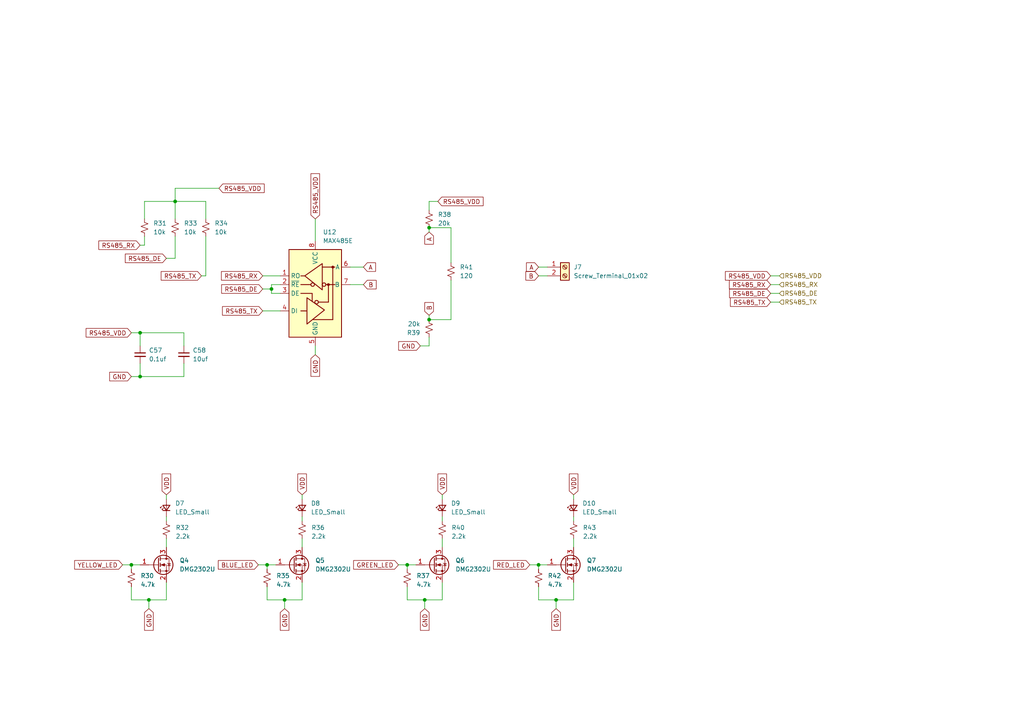
<source format=kicad_sch>
(kicad_sch
	(version 20231120)
	(generator "eeschema")
	(generator_version "8.0")
	(uuid "c2b7e253-409e-4dde-9d41-47bb151194ed")
	(paper "A4")
	(lib_symbols
		(symbol "Connector:Screw_Terminal_01x02"
			(pin_names
				(offset 1.016) hide)
			(exclude_from_sim no)
			(in_bom yes)
			(on_board yes)
			(property "Reference" "J"
				(at 0 2.54 0)
				(effects
					(font
						(size 1.27 1.27)
					)
				)
			)
			(property "Value" "Screw_Terminal_01x02"
				(at 0 -5.08 0)
				(effects
					(font
						(size 1.27 1.27)
					)
				)
			)
			(property "Footprint" ""
				(at 0 0 0)
				(effects
					(font
						(size 1.27 1.27)
					)
					(hide yes)
				)
			)
			(property "Datasheet" "~"
				(at 0 0 0)
				(effects
					(font
						(size 1.27 1.27)
					)
					(hide yes)
				)
			)
			(property "Description" "Generic screw terminal, single row, 01x02, script generated (kicad-library-utils/schlib/autogen/connector/)"
				(at 0 0 0)
				(effects
					(font
						(size 1.27 1.27)
					)
					(hide yes)
				)
			)
			(property "ki_keywords" "screw terminal"
				(at 0 0 0)
				(effects
					(font
						(size 1.27 1.27)
					)
					(hide yes)
				)
			)
			(property "ki_fp_filters" "TerminalBlock*:*"
				(at 0 0 0)
				(effects
					(font
						(size 1.27 1.27)
					)
					(hide yes)
				)
			)
			(symbol "Screw_Terminal_01x02_1_1"
				(rectangle
					(start -1.27 1.27)
					(end 1.27 -3.81)
					(stroke
						(width 0.254)
						(type default)
					)
					(fill
						(type background)
					)
				)
				(circle
					(center 0 -2.54)
					(radius 0.635)
					(stroke
						(width 0.1524)
						(type default)
					)
					(fill
						(type none)
					)
				)
				(polyline
					(pts
						(xy -0.5334 -2.2098) (xy 0.3302 -3.048)
					)
					(stroke
						(width 0.1524)
						(type default)
					)
					(fill
						(type none)
					)
				)
				(polyline
					(pts
						(xy -0.5334 0.3302) (xy 0.3302 -0.508)
					)
					(stroke
						(width 0.1524)
						(type default)
					)
					(fill
						(type none)
					)
				)
				(polyline
					(pts
						(xy -0.3556 -2.032) (xy 0.508 -2.8702)
					)
					(stroke
						(width 0.1524)
						(type default)
					)
					(fill
						(type none)
					)
				)
				(polyline
					(pts
						(xy -0.3556 0.508) (xy 0.508 -0.3302)
					)
					(stroke
						(width 0.1524)
						(type default)
					)
					(fill
						(type none)
					)
				)
				(circle
					(center 0 0)
					(radius 0.635)
					(stroke
						(width 0.1524)
						(type default)
					)
					(fill
						(type none)
					)
				)
				(pin passive line
					(at -5.08 0 0)
					(length 3.81)
					(name "Pin_1"
						(effects
							(font
								(size 1.27 1.27)
							)
						)
					)
					(number "1"
						(effects
							(font
								(size 1.27 1.27)
							)
						)
					)
				)
				(pin passive line
					(at -5.08 -2.54 0)
					(length 3.81)
					(name "Pin_2"
						(effects
							(font
								(size 1.27 1.27)
							)
						)
					)
					(number "2"
						(effects
							(font
								(size 1.27 1.27)
							)
						)
					)
				)
			)
		)
		(symbol "Device:C_Small"
			(pin_numbers hide)
			(pin_names
				(offset 0.254) hide)
			(exclude_from_sim no)
			(in_bom yes)
			(on_board yes)
			(property "Reference" "C"
				(at 0.254 1.778 0)
				(effects
					(font
						(size 1.27 1.27)
					)
					(justify left)
				)
			)
			(property "Value" "C_Small"
				(at 0.254 -2.032 0)
				(effects
					(font
						(size 1.27 1.27)
					)
					(justify left)
				)
			)
			(property "Footprint" ""
				(at 0 0 0)
				(effects
					(font
						(size 1.27 1.27)
					)
					(hide yes)
				)
			)
			(property "Datasheet" "~"
				(at 0 0 0)
				(effects
					(font
						(size 1.27 1.27)
					)
					(hide yes)
				)
			)
			(property "Description" "Unpolarized capacitor, small symbol"
				(at 0 0 0)
				(effects
					(font
						(size 1.27 1.27)
					)
					(hide yes)
				)
			)
			(property "ki_keywords" "capacitor cap"
				(at 0 0 0)
				(effects
					(font
						(size 1.27 1.27)
					)
					(hide yes)
				)
			)
			(property "ki_fp_filters" "C_*"
				(at 0 0 0)
				(effects
					(font
						(size 1.27 1.27)
					)
					(hide yes)
				)
			)
			(symbol "C_Small_0_1"
				(polyline
					(pts
						(xy -1.524 -0.508) (xy 1.524 -0.508)
					)
					(stroke
						(width 0.3302)
						(type default)
					)
					(fill
						(type none)
					)
				)
				(polyline
					(pts
						(xy -1.524 0.508) (xy 1.524 0.508)
					)
					(stroke
						(width 0.3048)
						(type default)
					)
					(fill
						(type none)
					)
				)
			)
			(symbol "C_Small_1_1"
				(pin passive line
					(at 0 2.54 270)
					(length 2.032)
					(name "~"
						(effects
							(font
								(size 1.27 1.27)
							)
						)
					)
					(number "1"
						(effects
							(font
								(size 1.27 1.27)
							)
						)
					)
				)
				(pin passive line
					(at 0 -2.54 90)
					(length 2.032)
					(name "~"
						(effects
							(font
								(size 1.27 1.27)
							)
						)
					)
					(number "2"
						(effects
							(font
								(size 1.27 1.27)
							)
						)
					)
				)
			)
		)
		(symbol "Device:LED_Small"
			(pin_numbers hide)
			(pin_names
				(offset 0.254) hide)
			(exclude_from_sim no)
			(in_bom yes)
			(on_board yes)
			(property "Reference" "D"
				(at -1.27 3.175 0)
				(effects
					(font
						(size 1.27 1.27)
					)
					(justify left)
				)
			)
			(property "Value" "LED_Small"
				(at -4.445 -2.54 0)
				(effects
					(font
						(size 1.27 1.27)
					)
					(justify left)
				)
			)
			(property "Footprint" ""
				(at 0 0 90)
				(effects
					(font
						(size 1.27 1.27)
					)
					(hide yes)
				)
			)
			(property "Datasheet" "~"
				(at 0 0 90)
				(effects
					(font
						(size 1.27 1.27)
					)
					(hide yes)
				)
			)
			(property "Description" "Light emitting diode, small symbol"
				(at 0 0 0)
				(effects
					(font
						(size 1.27 1.27)
					)
					(hide yes)
				)
			)
			(property "ki_keywords" "LED diode light-emitting-diode"
				(at 0 0 0)
				(effects
					(font
						(size 1.27 1.27)
					)
					(hide yes)
				)
			)
			(property "ki_fp_filters" "LED* LED_SMD:* LED_THT:*"
				(at 0 0 0)
				(effects
					(font
						(size 1.27 1.27)
					)
					(hide yes)
				)
			)
			(symbol "LED_Small_0_1"
				(polyline
					(pts
						(xy -0.762 -1.016) (xy -0.762 1.016)
					)
					(stroke
						(width 0.254)
						(type default)
					)
					(fill
						(type none)
					)
				)
				(polyline
					(pts
						(xy 1.016 0) (xy -0.762 0)
					)
					(stroke
						(width 0)
						(type default)
					)
					(fill
						(type none)
					)
				)
				(polyline
					(pts
						(xy 0.762 -1.016) (xy -0.762 0) (xy 0.762 1.016) (xy 0.762 -1.016)
					)
					(stroke
						(width 0.254)
						(type default)
					)
					(fill
						(type none)
					)
				)
				(polyline
					(pts
						(xy 0 0.762) (xy -0.508 1.27) (xy -0.254 1.27) (xy -0.508 1.27) (xy -0.508 1.016)
					)
					(stroke
						(width 0)
						(type default)
					)
					(fill
						(type none)
					)
				)
				(polyline
					(pts
						(xy 0.508 1.27) (xy 0 1.778) (xy 0.254 1.778) (xy 0 1.778) (xy 0 1.524)
					)
					(stroke
						(width 0)
						(type default)
					)
					(fill
						(type none)
					)
				)
			)
			(symbol "LED_Small_1_1"
				(pin passive line
					(at -2.54 0 0)
					(length 1.778)
					(name "K"
						(effects
							(font
								(size 1.27 1.27)
							)
						)
					)
					(number "1"
						(effects
							(font
								(size 1.27 1.27)
							)
						)
					)
				)
				(pin passive line
					(at 2.54 0 180)
					(length 1.778)
					(name "A"
						(effects
							(font
								(size 1.27 1.27)
							)
						)
					)
					(number "2"
						(effects
							(font
								(size 1.27 1.27)
							)
						)
					)
				)
			)
		)
		(symbol "Device:R_Small_US"
			(pin_numbers hide)
			(pin_names
				(offset 0.254) hide)
			(exclude_from_sim no)
			(in_bom yes)
			(on_board yes)
			(property "Reference" "R"
				(at 0.762 0.508 0)
				(effects
					(font
						(size 1.27 1.27)
					)
					(justify left)
				)
			)
			(property "Value" "R_Small_US"
				(at 0.762 -1.016 0)
				(effects
					(font
						(size 1.27 1.27)
					)
					(justify left)
				)
			)
			(property "Footprint" ""
				(at 0 0 0)
				(effects
					(font
						(size 1.27 1.27)
					)
					(hide yes)
				)
			)
			(property "Datasheet" "~"
				(at 0 0 0)
				(effects
					(font
						(size 1.27 1.27)
					)
					(hide yes)
				)
			)
			(property "Description" "Resistor, small US symbol"
				(at 0 0 0)
				(effects
					(font
						(size 1.27 1.27)
					)
					(hide yes)
				)
			)
			(property "ki_keywords" "r resistor"
				(at 0 0 0)
				(effects
					(font
						(size 1.27 1.27)
					)
					(hide yes)
				)
			)
			(property "ki_fp_filters" "R_*"
				(at 0 0 0)
				(effects
					(font
						(size 1.27 1.27)
					)
					(hide yes)
				)
			)
			(symbol "R_Small_US_1_1"
				(polyline
					(pts
						(xy 0 0) (xy 1.016 -0.381) (xy 0 -0.762) (xy -1.016 -1.143) (xy 0 -1.524)
					)
					(stroke
						(width 0)
						(type default)
					)
					(fill
						(type none)
					)
				)
				(polyline
					(pts
						(xy 0 1.524) (xy 1.016 1.143) (xy 0 0.762) (xy -1.016 0.381) (xy 0 0)
					)
					(stroke
						(width 0)
						(type default)
					)
					(fill
						(type none)
					)
				)
				(pin passive line
					(at 0 2.54 270)
					(length 1.016)
					(name "~"
						(effects
							(font
								(size 1.27 1.27)
							)
						)
					)
					(number "1"
						(effects
							(font
								(size 1.27 1.27)
							)
						)
					)
				)
				(pin passive line
					(at 0 -2.54 90)
					(length 1.016)
					(name "~"
						(effects
							(font
								(size 1.27 1.27)
							)
						)
					)
					(number "2"
						(effects
							(font
								(size 1.27 1.27)
							)
						)
					)
				)
			)
		)
		(symbol "Interface_UART:MAX485E"
			(exclude_from_sim no)
			(in_bom yes)
			(on_board yes)
			(property "Reference" "U"
				(at -6.985 13.97 0)
				(effects
					(font
						(size 1.27 1.27)
					)
				)
			)
			(property "Value" "MAX485E"
				(at 1.905 13.97 0)
				(effects
					(font
						(size 1.27 1.27)
					)
					(justify left)
				)
			)
			(property "Footprint" "Package_SO:SOIC-8_3.9x4.9mm_P1.27mm"
				(at 0 -22.86 0)
				(effects
					(font
						(size 1.27 1.27)
					)
					(hide yes)
				)
			)
			(property "Datasheet" "https://datasheets.maximintegrated.com/en/ds/MAX1487E-MAX491E.pdf"
				(at 0 1.27 0)
				(effects
					(font
						(size 1.27 1.27)
					)
					(hide yes)
				)
			)
			(property "Description" "Half duplex RS-485/RS-422, 2.5 Mbps, ±15kV electro-static discharge (ESD) protection, no slew-rate, no low-power shutdown, with receiver/driver enable, 32 receiver drive capability, DIP-8 and SOIC-8"
				(at 0 0 0)
				(effects
					(font
						(size 1.27 1.27)
					)
					(hide yes)
				)
			)
			(property "ki_keywords" "transceiver"
				(at 0 0 0)
				(effects
					(font
						(size 1.27 1.27)
					)
					(hide yes)
				)
			)
			(property "ki_fp_filters" "DIP*W7.62mm* SOIC*3.9x4.9mm*P1.27mm*"
				(at 0 0 0)
				(effects
					(font
						(size 1.27 1.27)
					)
					(hide yes)
				)
			)
			(symbol "MAX485E_0_1"
				(rectangle
					(start -7.62 12.7)
					(end 7.62 -12.7)
					(stroke
						(width 0.254)
						(type default)
					)
					(fill
						(type background)
					)
				)
				(polyline
					(pts
						(xy -4.191 2.54) (xy -1.27 2.54)
					)
					(stroke
						(width 0.254)
						(type default)
					)
					(fill
						(type none)
					)
				)
				(polyline
					(pts
						(xy -2.54 -5.08) (xy -4.191 -5.08)
					)
					(stroke
						(width 0.254)
						(type default)
					)
					(fill
						(type none)
					)
				)
				(polyline
					(pts
						(xy -0.635 -7.62) (xy 5.08 -7.62)
					)
					(stroke
						(width 0.254)
						(type default)
					)
					(fill
						(type none)
					)
				)
				(polyline
					(pts
						(xy 0.889 -2.54) (xy 3.81 -2.54)
					)
					(stroke
						(width 0.254)
						(type default)
					)
					(fill
						(type none)
					)
				)
				(polyline
					(pts
						(xy 2.032 7.62) (xy 5.715 7.62)
					)
					(stroke
						(width 0.254)
						(type default)
					)
					(fill
						(type none)
					)
				)
				(polyline
					(pts
						(xy 3.048 2.54) (xy 5.715 2.54)
					)
					(stroke
						(width 0.254)
						(type default)
					)
					(fill
						(type none)
					)
				)
				(polyline
					(pts
						(xy 3.81 -2.54) (xy 3.81 2.54)
					)
					(stroke
						(width 0.254)
						(type default)
					)
					(fill
						(type none)
					)
				)
				(polyline
					(pts
						(xy 5.08 -7.62) (xy 5.08 7.62)
					)
					(stroke
						(width 0.254)
						(type default)
					)
					(fill
						(type none)
					)
				)
				(polyline
					(pts
						(xy -4.191 0) (xy -0.889 0) (xy -0.889 -2.286)
					)
					(stroke
						(width 0.254)
						(type default)
					)
					(fill
						(type none)
					)
				)
				(polyline
					(pts
						(xy -3.175 5.08) (xy -4.191 5.08) (xy -4.064 5.08)
					)
					(stroke
						(width 0.254)
						(type default)
					)
					(fill
						(type none)
					)
				)
				(polyline
					(pts
						(xy -2.413 -5.08) (xy -2.413 -1.27) (xy 2.667 -4.826) (xy -2.413 -8.89) (xy -2.413 -5.08)
					)
					(stroke
						(width 0.254)
						(type default)
					)
					(fill
						(type none)
					)
				)
				(circle
					(center 0.381 -2.54)
					(radius 0.508)
					(stroke
						(width 0.254)
						(type default)
					)
					(fill
						(type none)
					)
				)
				(circle
					(center 3.81 2.54)
					(radius 0.2794)
					(stroke
						(width 0.254)
						(type default)
					)
					(fill
						(type outline)
					)
				)
			)
			(symbol "MAX485E_1_1"
				(circle
					(center -0.762 2.54)
					(radius 0.508)
					(stroke
						(width 0.254)
						(type default)
					)
					(fill
						(type none)
					)
				)
				(polyline
					(pts
						(xy 2.032 4.826) (xy 2.032 8.636) (xy -3.048 5.08) (xy 2.032 1.016) (xy 2.032 4.826)
					)
					(stroke
						(width 0.254)
						(type default)
					)
					(fill
						(type none)
					)
				)
				(circle
					(center 2.54 2.54)
					(radius 0.508)
					(stroke
						(width 0.254)
						(type default)
					)
					(fill
						(type none)
					)
				)
				(circle
					(center 5.08 7.62)
					(radius 0.2794)
					(stroke
						(width 0.254)
						(type default)
					)
					(fill
						(type outline)
					)
				)
				(pin output line
					(at -10.16 5.08 0)
					(length 2.54)
					(name "RO"
						(effects
							(font
								(size 1.27 1.27)
							)
						)
					)
					(number "1"
						(effects
							(font
								(size 1.27 1.27)
							)
						)
					)
				)
				(pin input line
					(at -10.16 2.54 0)
					(length 2.54)
					(name "~{RE}"
						(effects
							(font
								(size 1.27 1.27)
							)
						)
					)
					(number "2"
						(effects
							(font
								(size 1.27 1.27)
							)
						)
					)
				)
				(pin input line
					(at -10.16 0 0)
					(length 2.54)
					(name "DE"
						(effects
							(font
								(size 1.27 1.27)
							)
						)
					)
					(number "3"
						(effects
							(font
								(size 1.27 1.27)
							)
						)
					)
				)
				(pin input line
					(at -10.16 -5.08 0)
					(length 2.54)
					(name "DI"
						(effects
							(font
								(size 1.27 1.27)
							)
						)
					)
					(number "4"
						(effects
							(font
								(size 1.27 1.27)
							)
						)
					)
				)
				(pin power_in line
					(at 0 -15.24 90)
					(length 2.54)
					(name "GND"
						(effects
							(font
								(size 1.27 1.27)
							)
						)
					)
					(number "5"
						(effects
							(font
								(size 1.27 1.27)
							)
						)
					)
				)
				(pin bidirectional line
					(at 10.16 7.62 180)
					(length 2.54)
					(name "A"
						(effects
							(font
								(size 1.27 1.27)
							)
						)
					)
					(number "6"
						(effects
							(font
								(size 1.27 1.27)
							)
						)
					)
				)
				(pin bidirectional line
					(at 10.16 2.54 180)
					(length 2.54)
					(name "B"
						(effects
							(font
								(size 1.27 1.27)
							)
						)
					)
					(number "7"
						(effects
							(font
								(size 1.27 1.27)
							)
						)
					)
				)
				(pin power_in line
					(at 0 15.24 270)
					(length 2.54)
					(name "VCC"
						(effects
							(font
								(size 1.27 1.27)
							)
						)
					)
					(number "8"
						(effects
							(font
								(size 1.27 1.27)
							)
						)
					)
				)
			)
		)
		(symbol "Transistor_FET:DMG2302U"
			(pin_names hide)
			(exclude_from_sim no)
			(in_bom yes)
			(on_board yes)
			(property "Reference" "Q"
				(at 5.08 1.905 0)
				(effects
					(font
						(size 1.27 1.27)
					)
					(justify left)
				)
			)
			(property "Value" "DMG2302U"
				(at 5.08 0 0)
				(effects
					(font
						(size 1.27 1.27)
					)
					(justify left)
				)
			)
			(property "Footprint" "Package_TO_SOT_SMD:SOT-23"
				(at 5.08 -1.905 0)
				(effects
					(font
						(size 1.27 1.27)
						(italic yes)
					)
					(justify left)
					(hide yes)
				)
			)
			(property "Datasheet" "http://www.diodes.com/assets/Datasheets/DMG2302U.pdf"
				(at 5.08 -3.81 0)
				(effects
					(font
						(size 1.27 1.27)
					)
					(justify left)
					(hide yes)
				)
			)
			(property "Description" "4.2A Id, 20V Vds, N-Channel MOSFET, SOT-23"
				(at 0 0 0)
				(effects
					(font
						(size 1.27 1.27)
					)
					(hide yes)
				)
			)
			(property "ki_keywords" "N-Channel MOSFET"
				(at 0 0 0)
				(effects
					(font
						(size 1.27 1.27)
					)
					(hide yes)
				)
			)
			(property "ki_fp_filters" "SOT?23*"
				(at 0 0 0)
				(effects
					(font
						(size 1.27 1.27)
					)
					(hide yes)
				)
			)
			(symbol "DMG2302U_0_1"
				(polyline
					(pts
						(xy 0.254 0) (xy -2.54 0)
					)
					(stroke
						(width 0)
						(type default)
					)
					(fill
						(type none)
					)
				)
				(polyline
					(pts
						(xy 0.254 1.905) (xy 0.254 -1.905)
					)
					(stroke
						(width 0.254)
						(type default)
					)
					(fill
						(type none)
					)
				)
				(polyline
					(pts
						(xy 0.762 -1.27) (xy 0.762 -2.286)
					)
					(stroke
						(width 0.254)
						(type default)
					)
					(fill
						(type none)
					)
				)
				(polyline
					(pts
						(xy 0.762 0.508) (xy 0.762 -0.508)
					)
					(stroke
						(width 0.254)
						(type default)
					)
					(fill
						(type none)
					)
				)
				(polyline
					(pts
						(xy 0.762 2.286) (xy 0.762 1.27)
					)
					(stroke
						(width 0.254)
						(type default)
					)
					(fill
						(type none)
					)
				)
				(polyline
					(pts
						(xy 2.54 2.54) (xy 2.54 1.778)
					)
					(stroke
						(width 0)
						(type default)
					)
					(fill
						(type none)
					)
				)
				(polyline
					(pts
						(xy 2.54 -2.54) (xy 2.54 0) (xy 0.762 0)
					)
					(stroke
						(width 0)
						(type default)
					)
					(fill
						(type none)
					)
				)
				(polyline
					(pts
						(xy 0.762 -1.778) (xy 3.302 -1.778) (xy 3.302 1.778) (xy 0.762 1.778)
					)
					(stroke
						(width 0)
						(type default)
					)
					(fill
						(type none)
					)
				)
				(polyline
					(pts
						(xy 1.016 0) (xy 2.032 0.381) (xy 2.032 -0.381) (xy 1.016 0)
					)
					(stroke
						(width 0)
						(type default)
					)
					(fill
						(type outline)
					)
				)
				(polyline
					(pts
						(xy 2.794 0.508) (xy 2.921 0.381) (xy 3.683 0.381) (xy 3.81 0.254)
					)
					(stroke
						(width 0)
						(type default)
					)
					(fill
						(type none)
					)
				)
				(polyline
					(pts
						(xy 3.302 0.381) (xy 2.921 -0.254) (xy 3.683 -0.254) (xy 3.302 0.381)
					)
					(stroke
						(width 0)
						(type default)
					)
					(fill
						(type none)
					)
				)
				(circle
					(center 1.651 0)
					(radius 2.794)
					(stroke
						(width 0.254)
						(type default)
					)
					(fill
						(type none)
					)
				)
				(circle
					(center 2.54 -1.778)
					(radius 0.254)
					(stroke
						(width 0)
						(type default)
					)
					(fill
						(type outline)
					)
				)
				(circle
					(center 2.54 1.778)
					(radius 0.254)
					(stroke
						(width 0)
						(type default)
					)
					(fill
						(type outline)
					)
				)
			)
			(symbol "DMG2302U_1_1"
				(pin input line
					(at -5.08 0 0)
					(length 2.54)
					(name "G"
						(effects
							(font
								(size 1.27 1.27)
							)
						)
					)
					(number "1"
						(effects
							(font
								(size 1.27 1.27)
							)
						)
					)
				)
				(pin passive line
					(at 2.54 -5.08 90)
					(length 2.54)
					(name "S"
						(effects
							(font
								(size 1.27 1.27)
							)
						)
					)
					(number "2"
						(effects
							(font
								(size 1.27 1.27)
							)
						)
					)
				)
				(pin passive line
					(at 2.54 5.08 270)
					(length 2.54)
					(name "D"
						(effects
							(font
								(size 1.27 1.27)
							)
						)
					)
					(number "3"
						(effects
							(font
								(size 1.27 1.27)
							)
						)
					)
				)
			)
		)
	)
	(junction
		(at 77.47 163.83)
		(diameter 0)
		(color 0 0 0 0)
		(uuid "21e3b57b-2593-4975-a351-3ac59b4ba5ca")
	)
	(junction
		(at 43.18 173.99)
		(diameter 0)
		(color 0 0 0 0)
		(uuid "22a29c88-51df-4e01-ba0e-985726175fe9")
	)
	(junction
		(at 82.55 173.99)
		(diameter 0)
		(color 0 0 0 0)
		(uuid "49bfd91c-2124-4e63-99fd-77acaac54982")
	)
	(junction
		(at 118.11 163.83)
		(diameter 0)
		(color 0 0 0 0)
		(uuid "4a3a24cf-9970-4b27-8e01-f8c7815626b4")
	)
	(junction
		(at 78.74 83.82)
		(diameter 0)
		(color 0 0 0 0)
		(uuid "4e8bc121-aaab-4ff7-8db7-88d7d96049ea")
	)
	(junction
		(at 124.46 92.71)
		(diameter 0)
		(color 0 0 0 0)
		(uuid "508c8f9b-bf44-4ce8-bea9-e40a4b849e89")
	)
	(junction
		(at 123.19 173.99)
		(diameter 0)
		(color 0 0 0 0)
		(uuid "6090794a-2f2c-4c91-be57-ccdb8ddd32e9")
	)
	(junction
		(at 38.1 163.83)
		(diameter 0)
		(color 0 0 0 0)
		(uuid "68e875c6-b4a7-4751-9fdb-28d217e03a0a")
	)
	(junction
		(at 50.8 58.42)
		(diameter 0)
		(color 0 0 0 0)
		(uuid "7028d3fc-720e-4274-8acb-993b9ef52a05")
	)
	(junction
		(at 124.46 66.04)
		(diameter 0)
		(color 0 0 0 0)
		(uuid "85522751-774f-4b28-bdaf-a3526f23c1f7")
	)
	(junction
		(at 161.29 173.99)
		(diameter 0)
		(color 0 0 0 0)
		(uuid "8a6d4cbb-0244-4d84-b6f2-e03900739405")
	)
	(junction
		(at 156.21 163.83)
		(diameter 0)
		(color 0 0 0 0)
		(uuid "a9c55780-90a4-44dd-84dd-0b10c74e4eac")
	)
	(junction
		(at 40.64 96.52)
		(diameter 0)
		(color 0 0 0 0)
		(uuid "d7325edf-ce45-463c-a5d9-300b43cfceda")
	)
	(junction
		(at 40.64 109.22)
		(diameter 0)
		(color 0 0 0 0)
		(uuid "e53a3217-5fa8-464d-9497-52fdcbb62750")
	)
	(wire
		(pts
			(xy 38.1 163.83) (xy 40.64 163.83)
		)
		(stroke
			(width 0)
			(type default)
		)
		(uuid "0182d19e-717d-4802-84c6-aee08de3f045")
	)
	(wire
		(pts
			(xy 50.8 58.42) (xy 50.8 54.61)
		)
		(stroke
			(width 0)
			(type default)
		)
		(uuid "0293a423-7bf9-41c1-96b9-a5d8fc2199c6")
	)
	(wire
		(pts
			(xy 38.1 109.22) (xy 40.64 109.22)
		)
		(stroke
			(width 0)
			(type default)
		)
		(uuid "02b1f890-bf98-4afc-a6d8-2dc01d5c9c57")
	)
	(wire
		(pts
			(xy 43.18 173.99) (xy 48.26 173.99)
		)
		(stroke
			(width 0)
			(type default)
		)
		(uuid "05a9ff62-7872-41d2-a4b6-81417c8355bd")
	)
	(wire
		(pts
			(xy 81.28 82.55) (xy 78.74 82.55)
		)
		(stroke
			(width 0)
			(type default)
		)
		(uuid "06c2fa3d-630e-4269-894c-6634191ca39c")
	)
	(wire
		(pts
			(xy 124.46 66.04) (xy 124.46 67.31)
		)
		(stroke
			(width 0)
			(type default)
		)
		(uuid "090b5b93-8395-41ba-b1a8-e72ab013f27e")
	)
	(wire
		(pts
			(xy 38.1 170.18) (xy 38.1 173.99)
		)
		(stroke
			(width 0)
			(type default)
		)
		(uuid "0a3aa9fb-b1d4-424e-94b0-f372f4e88417")
	)
	(wire
		(pts
			(xy 156.21 163.83) (xy 158.75 163.83)
		)
		(stroke
			(width 0)
			(type default)
		)
		(uuid "0ee31a02-6684-434d-a9b3-5921434b936c")
	)
	(wire
		(pts
			(xy 77.47 163.83) (xy 80.01 163.83)
		)
		(stroke
			(width 0)
			(type default)
		)
		(uuid "0ee9a8d0-293a-4528-ac61-32902180f878")
	)
	(wire
		(pts
			(xy 166.37 173.99) (xy 166.37 168.91)
		)
		(stroke
			(width 0)
			(type default)
		)
		(uuid "0fecbf0d-3986-48ee-b2b0-e726ec795c68")
	)
	(wire
		(pts
			(xy 223.52 87.63) (xy 226.06 87.63)
		)
		(stroke
			(width 0)
			(type default)
		)
		(uuid "0fef9035-308f-460c-94ba-00ba1a6a3c41")
	)
	(wire
		(pts
			(xy 156.21 163.83) (xy 156.21 165.1)
		)
		(stroke
			(width 0)
			(type default)
		)
		(uuid "123efc82-b6db-4e5f-9f96-77fa102500c5")
	)
	(wire
		(pts
			(xy 48.26 173.99) (xy 48.26 168.91)
		)
		(stroke
			(width 0)
			(type default)
		)
		(uuid "169530cd-b7f1-4c89-bb30-9888f92f8a4e")
	)
	(wire
		(pts
			(xy 59.69 80.01) (xy 59.69 68.58)
		)
		(stroke
			(width 0)
			(type default)
		)
		(uuid "1e0a7efd-c6bb-4ffb-baf9-03a3996bdda0")
	)
	(wire
		(pts
			(xy 128.27 158.75) (xy 128.27 156.21)
		)
		(stroke
			(width 0)
			(type default)
		)
		(uuid "1e79059a-cacf-45c2-90fc-b8efb7191747")
	)
	(wire
		(pts
			(xy 40.64 109.22) (xy 53.34 109.22)
		)
		(stroke
			(width 0)
			(type default)
		)
		(uuid "28d9e232-177c-49ad-a7c9-9c57b6d8ec46")
	)
	(wire
		(pts
			(xy 223.52 80.01) (xy 226.06 80.01)
		)
		(stroke
			(width 0)
			(type default)
		)
		(uuid "2d22af4a-418b-4f21-aead-473bb5631a9c")
	)
	(wire
		(pts
			(xy 41.91 71.12) (xy 41.91 68.58)
		)
		(stroke
			(width 0)
			(type default)
		)
		(uuid "368d7330-ca47-447f-8c3f-fcee3d0ab4ed")
	)
	(wire
		(pts
			(xy 124.46 66.04) (xy 130.81 66.04)
		)
		(stroke
			(width 0)
			(type default)
		)
		(uuid "3c808bbd-bac4-4ba1-a155-167eceb2eed8")
	)
	(wire
		(pts
			(xy 40.64 96.52) (xy 53.34 96.52)
		)
		(stroke
			(width 0)
			(type default)
		)
		(uuid "3c8f22b3-0216-4cad-8a76-1935768b908a")
	)
	(wire
		(pts
			(xy 40.64 96.52) (xy 40.64 100.33)
		)
		(stroke
			(width 0)
			(type default)
		)
		(uuid "3ea3b0cb-ac2a-497e-804b-3eccd1c5c819")
	)
	(wire
		(pts
			(xy 105.41 77.47) (xy 101.6 77.47)
		)
		(stroke
			(width 0)
			(type default)
		)
		(uuid "405420a5-905f-48a6-b923-a430662f83f8")
	)
	(wire
		(pts
			(xy 74.93 163.83) (xy 77.47 163.83)
		)
		(stroke
			(width 0)
			(type default)
		)
		(uuid "4667585f-6796-4795-ab6f-89a3ccc02b19")
	)
	(wire
		(pts
			(xy 38.1 163.83) (xy 38.1 165.1)
		)
		(stroke
			(width 0)
			(type default)
		)
		(uuid "4c3dafff-2de6-449a-b38b-04dcd6609351")
	)
	(wire
		(pts
			(xy 223.52 85.09) (xy 226.06 85.09)
		)
		(stroke
			(width 0)
			(type default)
		)
		(uuid "4f97cb4c-d490-416e-b336-e9e02c8835b3")
	)
	(wire
		(pts
			(xy 124.46 58.42) (xy 124.46 60.96)
		)
		(stroke
			(width 0)
			(type default)
		)
		(uuid "53f0f9b0-50e0-43e2-a683-553b491ea96f")
	)
	(wire
		(pts
			(xy 53.34 109.22) (xy 53.34 105.41)
		)
		(stroke
			(width 0)
			(type default)
		)
		(uuid "544bd916-9ff7-49be-be53-f612ee03de7d")
	)
	(wire
		(pts
			(xy 53.34 96.52) (xy 53.34 100.33)
		)
		(stroke
			(width 0)
			(type default)
		)
		(uuid "59884dc3-bdd1-4271-8d39-450b36e85def")
	)
	(wire
		(pts
			(xy 58.42 80.01) (xy 59.69 80.01)
		)
		(stroke
			(width 0)
			(type default)
		)
		(uuid "5a02ca01-0ca4-4b9b-99fc-818f9969d3c2")
	)
	(wire
		(pts
			(xy 50.8 74.93) (xy 50.8 68.58)
		)
		(stroke
			(width 0)
			(type default)
		)
		(uuid "5d37f960-b99d-4c54-8d37-c58e41d7a474")
	)
	(wire
		(pts
			(xy 124.46 100.33) (xy 124.46 97.79)
		)
		(stroke
			(width 0)
			(type default)
		)
		(uuid "60c5fa1c-a21d-485c-addc-129c47915cdd")
	)
	(wire
		(pts
			(xy 41.91 63.5) (xy 41.91 58.42)
		)
		(stroke
			(width 0)
			(type default)
		)
		(uuid "61298597-19fe-40c2-b46d-eca8f3215e8f")
	)
	(wire
		(pts
			(xy 50.8 58.42) (xy 59.69 58.42)
		)
		(stroke
			(width 0)
			(type default)
		)
		(uuid "71bd10fe-24ba-4e51-9b2e-ff9cfd22704c")
	)
	(wire
		(pts
			(xy 77.47 163.83) (xy 77.47 165.1)
		)
		(stroke
			(width 0)
			(type default)
		)
		(uuid "734e5beb-bc3a-4bf4-91a0-33d3da8260f2")
	)
	(wire
		(pts
			(xy 41.91 58.42) (xy 50.8 58.42)
		)
		(stroke
			(width 0)
			(type default)
		)
		(uuid "747c2417-a0f3-4660-ac04-510f1e5c65d5")
	)
	(wire
		(pts
			(xy 153.67 163.83) (xy 156.21 163.83)
		)
		(stroke
			(width 0)
			(type default)
		)
		(uuid "750011c7-48b1-4b75-9d74-a9e9d2471b1e")
	)
	(wire
		(pts
			(xy 156.21 77.47) (xy 158.75 77.47)
		)
		(stroke
			(width 0)
			(type default)
		)
		(uuid "7b0a6a42-86a1-4214-827c-f4b0715cfe5b")
	)
	(wire
		(pts
			(xy 118.11 170.18) (xy 118.11 173.99)
		)
		(stroke
			(width 0)
			(type default)
		)
		(uuid "7dce9df0-2e0d-451e-ad46-97c0f9d4ea25")
	)
	(wire
		(pts
			(xy 128.27 149.86) (xy 128.27 151.13)
		)
		(stroke
			(width 0)
			(type default)
		)
		(uuid "80e92e6f-e7b9-4709-8fd5-0846c6cdc8ab")
	)
	(wire
		(pts
			(xy 59.69 58.42) (xy 59.69 63.5)
		)
		(stroke
			(width 0)
			(type default)
		)
		(uuid "8d124de0-d938-4e8b-9706-2d72c2f0b246")
	)
	(wire
		(pts
			(xy 124.46 92.71) (xy 124.46 91.44)
		)
		(stroke
			(width 0)
			(type default)
		)
		(uuid "8dbd60b4-9d1f-4751-9915-09f532f93c6b")
	)
	(wire
		(pts
			(xy 40.64 71.12) (xy 41.91 71.12)
		)
		(stroke
			(width 0)
			(type default)
		)
		(uuid "90e908ff-16e6-49e3-8a4b-af870b58c6aa")
	)
	(wire
		(pts
			(xy 87.63 149.86) (xy 87.63 151.13)
		)
		(stroke
			(width 0)
			(type default)
		)
		(uuid "9191b840-52fd-4a84-bf00-6acddec9f5f4")
	)
	(wire
		(pts
			(xy 76.2 90.17) (xy 81.28 90.17)
		)
		(stroke
			(width 0)
			(type default)
		)
		(uuid "9554838e-3477-4f7d-91ee-ff6f2e3234b1")
	)
	(wire
		(pts
			(xy 115.57 163.83) (xy 118.11 163.83)
		)
		(stroke
			(width 0)
			(type default)
		)
		(uuid "95b47eb6-d01f-4366-b4de-5ef8c8c4ea3c")
	)
	(wire
		(pts
			(xy 76.2 83.82) (xy 78.74 83.82)
		)
		(stroke
			(width 0)
			(type default)
		)
		(uuid "9a2b3478-ac9f-4424-82de-3c694d13913d")
	)
	(wire
		(pts
			(xy 127 58.42) (xy 124.46 58.42)
		)
		(stroke
			(width 0)
			(type default)
		)
		(uuid "9a7c4b6c-6696-414e-95d3-6863b3e913de")
	)
	(wire
		(pts
			(xy 130.81 66.04) (xy 130.81 76.2)
		)
		(stroke
			(width 0)
			(type default)
		)
		(uuid "9aded66f-1f30-4219-8a8b-1ebf6202f839")
	)
	(wire
		(pts
			(xy 77.47 173.99) (xy 82.55 173.99)
		)
		(stroke
			(width 0)
			(type default)
		)
		(uuid "9fd569fe-821b-4af7-b0aa-a57289d91494")
	)
	(wire
		(pts
			(xy 87.63 173.99) (xy 87.63 168.91)
		)
		(stroke
			(width 0)
			(type default)
		)
		(uuid "a47baab5-0356-4d87-a0be-000b0f7d3fb7")
	)
	(wire
		(pts
			(xy 161.29 173.99) (xy 166.37 173.99)
		)
		(stroke
			(width 0)
			(type default)
		)
		(uuid "a6d75350-30b9-4f3e-b405-9eb539b9e31f")
	)
	(wire
		(pts
			(xy 118.11 163.83) (xy 120.65 163.83)
		)
		(stroke
			(width 0)
			(type default)
		)
		(uuid "a6fbd6e6-fee7-4e35-9c75-5a7b6d4385c2")
	)
	(wire
		(pts
			(xy 124.46 92.71) (xy 130.81 92.71)
		)
		(stroke
			(width 0)
			(type default)
		)
		(uuid "a97aaa88-16d3-4cb4-b956-8f8ba3118e94")
	)
	(wire
		(pts
			(xy 121.92 100.33) (xy 124.46 100.33)
		)
		(stroke
			(width 0)
			(type default)
		)
		(uuid "afd6087b-069b-47b1-b7e8-2577816d6e60")
	)
	(wire
		(pts
			(xy 35.56 163.83) (xy 38.1 163.83)
		)
		(stroke
			(width 0)
			(type default)
		)
		(uuid "b019b1b3-6cd5-477c-82ae-498d59f3528c")
	)
	(wire
		(pts
			(xy 166.37 143.51) (xy 166.37 144.78)
		)
		(stroke
			(width 0)
			(type default)
		)
		(uuid "b1b92e76-c371-425f-89eb-37dcf3d9f63f")
	)
	(wire
		(pts
			(xy 130.81 92.71) (xy 130.81 81.28)
		)
		(stroke
			(width 0)
			(type default)
		)
		(uuid "b57c595f-2293-489e-8384-0d2aa28b887d")
	)
	(wire
		(pts
			(xy 156.21 170.18) (xy 156.21 173.99)
		)
		(stroke
			(width 0)
			(type default)
		)
		(uuid "b688c618-d28a-4f03-81a8-47855b073217")
	)
	(wire
		(pts
			(xy 78.74 82.55) (xy 78.74 83.82)
		)
		(stroke
			(width 0)
			(type default)
		)
		(uuid "b9258e5e-3ad4-453b-b265-bfcad65e4f18")
	)
	(wire
		(pts
			(xy 43.18 176.53) (xy 43.18 173.99)
		)
		(stroke
			(width 0)
			(type default)
		)
		(uuid "bc4196d9-9a40-496a-a15c-f966652073fb")
	)
	(wire
		(pts
			(xy 48.26 143.51) (xy 48.26 144.78)
		)
		(stroke
			(width 0)
			(type default)
		)
		(uuid "c25ad591-a43a-423a-a35a-73e0a2752f50")
	)
	(wire
		(pts
			(xy 161.29 176.53) (xy 161.29 173.99)
		)
		(stroke
			(width 0)
			(type default)
		)
		(uuid "c3d5e031-c8a9-4b20-b90e-f323bb387944")
	)
	(wire
		(pts
			(xy 38.1 96.52) (xy 40.64 96.52)
		)
		(stroke
			(width 0)
			(type default)
		)
		(uuid "c43b1e7c-26f4-4af1-a932-dac242d035e7")
	)
	(wire
		(pts
			(xy 166.37 149.86) (xy 166.37 151.13)
		)
		(stroke
			(width 0)
			(type default)
		)
		(uuid "c494ef40-f513-41db-850e-8b9f74319ba9")
	)
	(wire
		(pts
			(xy 40.64 105.41) (xy 40.64 109.22)
		)
		(stroke
			(width 0)
			(type default)
		)
		(uuid "c52390dd-3a5e-4809-8c27-c72419b4833a")
	)
	(wire
		(pts
			(xy 78.74 83.82) (xy 78.74 85.09)
		)
		(stroke
			(width 0)
			(type default)
		)
		(uuid "c724452e-16a4-43d4-8276-f461421cb85a")
	)
	(wire
		(pts
			(xy 48.26 74.93) (xy 50.8 74.93)
		)
		(stroke
			(width 0)
			(type default)
		)
		(uuid "c7bc444c-52cf-4855-88cf-dd6c38208172")
	)
	(wire
		(pts
			(xy 38.1 173.99) (xy 43.18 173.99)
		)
		(stroke
			(width 0)
			(type default)
		)
		(uuid "c8f506a3-ee72-4377-969e-6e0ee0adfb88")
	)
	(wire
		(pts
			(xy 76.2 80.01) (xy 81.28 80.01)
		)
		(stroke
			(width 0)
			(type default)
		)
		(uuid "c8fb2104-e22f-4474-abf3-f029633f7111")
	)
	(wire
		(pts
			(xy 128.27 173.99) (xy 128.27 168.91)
		)
		(stroke
			(width 0)
			(type default)
		)
		(uuid "ce842bf5-944c-4d3f-84a3-5950dc0e25a7")
	)
	(wire
		(pts
			(xy 166.37 158.75) (xy 166.37 156.21)
		)
		(stroke
			(width 0)
			(type default)
		)
		(uuid "d1b2e31c-c782-44fb-8eaa-442feef8dbd3")
	)
	(wire
		(pts
			(xy 87.63 158.75) (xy 87.63 156.21)
		)
		(stroke
			(width 0)
			(type default)
		)
		(uuid "d2926891-ccf2-42a0-9c02-505a7a5cb24b")
	)
	(wire
		(pts
			(xy 223.52 82.55) (xy 226.06 82.55)
		)
		(stroke
			(width 0)
			(type default)
		)
		(uuid "d31f0c81-5417-49f0-9ebb-3e3ce204bbd8")
	)
	(wire
		(pts
			(xy 128.27 143.51) (xy 128.27 144.78)
		)
		(stroke
			(width 0)
			(type default)
		)
		(uuid "d34f3ce3-9cdd-43cc-bce5-3039fdf257a7")
	)
	(wire
		(pts
			(xy 156.21 173.99) (xy 161.29 173.99)
		)
		(stroke
			(width 0)
			(type default)
		)
		(uuid "d39c12ad-48a4-46fd-9fd1-5993d9976d78")
	)
	(wire
		(pts
			(xy 118.11 163.83) (xy 118.11 165.1)
		)
		(stroke
			(width 0)
			(type default)
		)
		(uuid "dfade5d4-00c7-41d2-b0ca-30302fb7089f")
	)
	(wire
		(pts
			(xy 82.55 176.53) (xy 82.55 173.99)
		)
		(stroke
			(width 0)
			(type default)
		)
		(uuid "e146c88b-ac2d-4f4a-a1d2-5ba7b5aac863")
	)
	(wire
		(pts
			(xy 78.74 85.09) (xy 81.28 85.09)
		)
		(stroke
			(width 0)
			(type default)
		)
		(uuid "e404515a-4dde-44f4-98eb-29b3a0af498b")
	)
	(wire
		(pts
			(xy 77.47 170.18) (xy 77.47 173.99)
		)
		(stroke
			(width 0)
			(type default)
		)
		(uuid "e5ab0bc4-783e-4ce1-826a-16e171c30e1b")
	)
	(wire
		(pts
			(xy 91.44 102.87) (xy 91.44 100.33)
		)
		(stroke
			(width 0)
			(type default)
		)
		(uuid "e5b49305-2100-4085-8a57-a3336ce7712d")
	)
	(wire
		(pts
			(xy 156.21 80.01) (xy 158.75 80.01)
		)
		(stroke
			(width 0)
			(type default)
		)
		(uuid "e5d6d1d3-58c2-49ea-aded-190963f2e82b")
	)
	(wire
		(pts
			(xy 82.55 173.99) (xy 87.63 173.99)
		)
		(stroke
			(width 0)
			(type default)
		)
		(uuid "e65da65f-bf1a-4a31-af5e-ad83da0d4d73")
	)
	(wire
		(pts
			(xy 91.44 63.5) (xy 91.44 69.85)
		)
		(stroke
			(width 0)
			(type default)
		)
		(uuid "e7cd9df5-cbc3-44fd-ae46-4e3575545822")
	)
	(wire
		(pts
			(xy 118.11 173.99) (xy 123.19 173.99)
		)
		(stroke
			(width 0)
			(type default)
		)
		(uuid "ee778261-8148-40e0-b665-8a0b5b82ac73")
	)
	(wire
		(pts
			(xy 87.63 143.51) (xy 87.63 144.78)
		)
		(stroke
			(width 0)
			(type default)
		)
		(uuid "ef45db03-299f-4cbb-992b-8c03b8f2aaf0")
	)
	(wire
		(pts
			(xy 50.8 58.42) (xy 50.8 63.5)
		)
		(stroke
			(width 0)
			(type default)
		)
		(uuid "ef4e3bb4-33d9-4ada-8c1d-98627848c475")
	)
	(wire
		(pts
			(xy 48.26 149.86) (xy 48.26 151.13)
		)
		(stroke
			(width 0)
			(type default)
		)
		(uuid "f561fc26-5678-4f37-a95e-e1a4bc5d31d9")
	)
	(wire
		(pts
			(xy 123.19 173.99) (xy 128.27 173.99)
		)
		(stroke
			(width 0)
			(type default)
		)
		(uuid "f64ee403-29ea-4ea5-9b29-7f97bf3f85d4")
	)
	(wire
		(pts
			(xy 48.26 158.75) (xy 48.26 156.21)
		)
		(stroke
			(width 0)
			(type default)
		)
		(uuid "f723112c-97e3-4e37-a5c5-2caa30f05401")
	)
	(wire
		(pts
			(xy 50.8 54.61) (xy 63.5 54.61)
		)
		(stroke
			(width 0)
			(type default)
		)
		(uuid "fa543509-12da-480e-95ab-a3480cb34e28")
	)
	(wire
		(pts
			(xy 101.6 82.55) (xy 105.41 82.55)
		)
		(stroke
			(width 0)
			(type default)
		)
		(uuid "fcba238e-b4da-45f0-90b0-8ffb5560289c")
	)
	(wire
		(pts
			(xy 123.19 176.53) (xy 123.19 173.99)
		)
		(stroke
			(width 0)
			(type default)
		)
		(uuid "fedfd7a8-d6b5-47e5-9692-cbf694060e82")
	)
	(global_label "RS485_VDD"
		(shape input)
		(at 223.52 80.01 180)
		(fields_autoplaced yes)
		(effects
			(font
				(size 1.27 1.27)
			)
			(justify right)
		)
		(uuid "16622815-bbda-4ce2-afe6-dc58cff9e439")
		(property "Intersheetrefs" "${INTERSHEET_REFS}"
			(at 209.8306 80.01 0)
			(effects
				(font
					(size 1.27 1.27)
				)
				(justify right)
				(hide yes)
			)
		)
	)
	(global_label "RS485_TX"
		(shape input)
		(at 223.52 87.63 180)
		(fields_autoplaced yes)
		(effects
			(font
				(size 1.27 1.27)
			)
			(justify right)
		)
		(uuid "17532d6f-4fcb-4de4-8e55-8ee92df5f7bc")
		(property "Intersheetrefs" "${INTERSHEET_REFS}"
			(at 211.2821 87.63 0)
			(effects
				(font
					(size 1.27 1.27)
				)
				(justify right)
				(hide yes)
			)
		)
	)
	(global_label "RS485_VDD"
		(shape input)
		(at 127 58.42 0)
		(fields_autoplaced yes)
		(effects
			(font
				(size 1.27 1.27)
			)
			(justify left)
		)
		(uuid "1e941590-3fdd-428a-848d-052a5498ab12")
		(property "Intersheetrefs" "${INTERSHEET_REFS}"
			(at 140.6894 58.42 0)
			(effects
				(font
					(size 1.27 1.27)
				)
				(justify left)
				(hide yes)
			)
		)
	)
	(global_label "VDD"
		(shape input)
		(at 128.27 143.51 90)
		(fields_autoplaced yes)
		(effects
			(font
				(size 1.27 1.27)
			)
			(justify left)
		)
		(uuid "1f75a2f5-e0a1-489b-9cf6-a25c424c2feb")
		(property "Intersheetrefs" "${INTERSHEET_REFS}"
			(at 128.27 136.8962 90)
			(effects
				(font
					(size 1.27 1.27)
				)
				(justify left)
				(hide yes)
			)
		)
	)
	(global_label "VDD"
		(shape input)
		(at 48.26 143.51 90)
		(fields_autoplaced yes)
		(effects
			(font
				(size 1.27 1.27)
			)
			(justify left)
		)
		(uuid "24768f48-3628-4ac8-a1c8-ef502d46465c")
		(property "Intersheetrefs" "${INTERSHEET_REFS}"
			(at 48.26 136.8962 90)
			(effects
				(font
					(size 1.27 1.27)
				)
				(justify left)
				(hide yes)
			)
		)
	)
	(global_label "GND"
		(shape input)
		(at 82.55 176.53 270)
		(fields_autoplaced yes)
		(effects
			(font
				(size 1.27 1.27)
			)
			(justify right)
		)
		(uuid "2686924a-da1f-470b-b85c-3ace0e5b5780")
		(property "Intersheetrefs" "${INTERSHEET_REFS}"
			(at 82.55 183.3857 90)
			(effects
				(font
					(size 1.27 1.27)
				)
				(justify right)
				(hide yes)
			)
		)
	)
	(global_label "B"
		(shape input)
		(at 124.46 91.44 90)
		(fields_autoplaced yes)
		(effects
			(font
				(size 1.27 1.27)
			)
			(justify left)
		)
		(uuid "27e6b71d-cc20-40ee-8307-6beaf3d0e38c")
		(property "Intersheetrefs" "${INTERSHEET_REFS}"
			(at 124.46 87.1848 90)
			(effects
				(font
					(size 1.27 1.27)
				)
				(justify left)
				(hide yes)
			)
		)
	)
	(global_label "GND"
		(shape input)
		(at 91.44 102.87 270)
		(fields_autoplaced yes)
		(effects
			(font
				(size 1.27 1.27)
			)
			(justify right)
		)
		(uuid "29b6668d-33b2-4423-9fc4-0c669cfea70b")
		(property "Intersheetrefs" "${INTERSHEET_REFS}"
			(at 91.44 109.7257 90)
			(effects
				(font
					(size 1.27 1.27)
				)
				(justify right)
				(hide yes)
			)
		)
	)
	(global_label "YELLOW_LED"
		(shape input)
		(at 35.56 163.83 180)
		(fields_autoplaced yes)
		(effects
			(font
				(size 1.27 1.27)
			)
			(justify right)
		)
		(uuid "3ae70957-c491-42b2-aadb-42fdc182cd76")
		(property "Intersheetrefs" "${INTERSHEET_REFS}"
			(at 21.0844 163.83 0)
			(effects
				(font
					(size 1.27 1.27)
				)
				(justify right)
				(hide yes)
			)
		)
	)
	(global_label "RS485_TX"
		(shape input)
		(at 76.2 90.17 180)
		(fields_autoplaced yes)
		(effects
			(font
				(size 1.27 1.27)
			)
			(justify right)
		)
		(uuid "52bda9bb-9b9f-4559-894f-29a51fff1773")
		(property "Intersheetrefs" "${INTERSHEET_REFS}"
			(at 63.9621 90.17 0)
			(effects
				(font
					(size 1.27 1.27)
				)
				(justify right)
				(hide yes)
			)
		)
	)
	(global_label "A"
		(shape input)
		(at 156.21 77.47 180)
		(fields_autoplaced yes)
		(effects
			(font
				(size 1.27 1.27)
			)
			(justify right)
		)
		(uuid "56da271b-e653-491a-b0e4-d3c7c70ea52e")
		(property "Intersheetrefs" "${INTERSHEET_REFS}"
			(at 152.1362 77.47 0)
			(effects
				(font
					(size 1.27 1.27)
				)
				(justify right)
				(hide yes)
			)
		)
	)
	(global_label "RS485_RX"
		(shape input)
		(at 76.2 80.01 180)
		(fields_autoplaced yes)
		(effects
			(font
				(size 1.27 1.27)
			)
			(justify right)
		)
		(uuid "70e661d8-2719-40d6-9d28-3fd185897c36")
		(property "Intersheetrefs" "${INTERSHEET_REFS}"
			(at 63.6597 80.01 0)
			(effects
				(font
					(size 1.27 1.27)
				)
				(justify right)
				(hide yes)
			)
		)
	)
	(global_label "GND"
		(shape input)
		(at 121.92 100.33 180)
		(fields_autoplaced yes)
		(effects
			(font
				(size 1.27 1.27)
			)
			(justify right)
		)
		(uuid "7a5ad553-6d01-4f49-ba71-d2f319c19eb6")
		(property "Intersheetrefs" "${INTERSHEET_REFS}"
			(at 115.0643 100.33 0)
			(effects
				(font
					(size 1.27 1.27)
				)
				(justify right)
				(hide yes)
			)
		)
	)
	(global_label "RS485_DE"
		(shape input)
		(at 76.2 83.82 180)
		(fields_autoplaced yes)
		(effects
			(font
				(size 1.27 1.27)
			)
			(justify right)
		)
		(uuid "7bd6c59a-c6ba-4d58-9656-98be3fb67055")
		(property "Intersheetrefs" "${INTERSHEET_REFS}"
			(at 63.7202 83.82 0)
			(effects
				(font
					(size 1.27 1.27)
				)
				(justify right)
				(hide yes)
			)
		)
	)
	(global_label "RS485_VDD"
		(shape input)
		(at 38.1 96.52 180)
		(fields_autoplaced yes)
		(effects
			(font
				(size 1.27 1.27)
			)
			(justify right)
		)
		(uuid "867457e0-08ed-4a15-bcce-47510448f9e5")
		(property "Intersheetrefs" "${INTERSHEET_REFS}"
			(at 24.4106 96.52 0)
			(effects
				(font
					(size 1.27 1.27)
				)
				(justify right)
				(hide yes)
			)
		)
	)
	(global_label "GREEN_LED"
		(shape input)
		(at 115.57 163.83 180)
		(fields_autoplaced yes)
		(effects
			(font
				(size 1.27 1.27)
			)
			(justify right)
		)
		(uuid "8974b792-29ff-45ed-8126-dd5e6237b92d")
		(property "Intersheetrefs" "${INTERSHEET_REFS}"
			(at 102.0016 163.83 0)
			(effects
				(font
					(size 1.27 1.27)
				)
				(justify right)
				(hide yes)
			)
		)
	)
	(global_label "A"
		(shape input)
		(at 105.41 77.47 0)
		(fields_autoplaced yes)
		(effects
			(font
				(size 1.27 1.27)
			)
			(justify left)
		)
		(uuid "89abebff-cce1-411c-bcec-cae08a45b528")
		(property "Intersheetrefs" "${INTERSHEET_REFS}"
			(at 109.4838 77.47 0)
			(effects
				(font
					(size 1.27 1.27)
				)
				(justify left)
				(hide yes)
			)
		)
	)
	(global_label "RS485_RX"
		(shape input)
		(at 223.52 82.55 180)
		(fields_autoplaced yes)
		(effects
			(font
				(size 1.27 1.27)
			)
			(justify right)
		)
		(uuid "8b1dfbb6-4bb1-4ae4-bef9-13571638abed")
		(property "Intersheetrefs" "${INTERSHEET_REFS}"
			(at 210.9797 82.55 0)
			(effects
				(font
					(size 1.27 1.27)
				)
				(justify right)
				(hide yes)
			)
		)
	)
	(global_label "RS485_VDD"
		(shape input)
		(at 91.44 63.5 90)
		(fields_autoplaced yes)
		(effects
			(font
				(size 1.27 1.27)
			)
			(justify left)
		)
		(uuid "8b347c4f-a0ef-424f-bb42-2ebba55c9091")
		(property "Intersheetrefs" "${INTERSHEET_REFS}"
			(at 91.44 49.8106 90)
			(effects
				(font
					(size 1.27 1.27)
				)
				(justify left)
				(hide yes)
			)
		)
	)
	(global_label "RS485_VDD"
		(shape input)
		(at 63.5 54.61 0)
		(fields_autoplaced yes)
		(effects
			(font
				(size 1.27 1.27)
			)
			(justify left)
		)
		(uuid "8be266a2-709b-4c7c-9a69-0296fd2bd4c9")
		(property "Intersheetrefs" "${INTERSHEET_REFS}"
			(at 77.1894 54.61 0)
			(effects
				(font
					(size 1.27 1.27)
				)
				(justify left)
				(hide yes)
			)
		)
	)
	(global_label "VDD"
		(shape input)
		(at 166.37 143.51 90)
		(fields_autoplaced yes)
		(effects
			(font
				(size 1.27 1.27)
			)
			(justify left)
		)
		(uuid "a3034fcc-52ab-4e5b-9650-efed8d74b331")
		(property "Intersheetrefs" "${INTERSHEET_REFS}"
			(at 166.37 136.8962 90)
			(effects
				(font
					(size 1.27 1.27)
				)
				(justify left)
				(hide yes)
			)
		)
	)
	(global_label "RS485_DE"
		(shape input)
		(at 223.52 85.09 180)
		(fields_autoplaced yes)
		(effects
			(font
				(size 1.27 1.27)
			)
			(justify right)
		)
		(uuid "ba3e0a5e-6360-4ad9-895c-1a7a35996774")
		(property "Intersheetrefs" "${INTERSHEET_REFS}"
			(at 211.0402 85.09 0)
			(effects
				(font
					(size 1.27 1.27)
				)
				(justify right)
				(hide yes)
			)
		)
	)
	(global_label "BLUE_LED"
		(shape input)
		(at 74.93 163.83 180)
		(fields_autoplaced yes)
		(effects
			(font
				(size 1.27 1.27)
			)
			(justify right)
		)
		(uuid "c0f5834e-54c7-4ef2-ad44-9d89c990c1f4")
		(property "Intersheetrefs" "${INTERSHEET_REFS}"
			(at 62.7525 163.83 0)
			(effects
				(font
					(size 1.27 1.27)
				)
				(justify right)
				(hide yes)
			)
		)
	)
	(global_label "VDD"
		(shape input)
		(at 87.63 143.51 90)
		(fields_autoplaced yes)
		(effects
			(font
				(size 1.27 1.27)
			)
			(justify left)
		)
		(uuid "cbd5d52a-9271-47b2-90db-1debea7e2515")
		(property "Intersheetrefs" "${INTERSHEET_REFS}"
			(at 87.63 136.8962 90)
			(effects
				(font
					(size 1.27 1.27)
				)
				(justify left)
				(hide yes)
			)
		)
	)
	(global_label "RS485_RX"
		(shape input)
		(at 40.64 71.12 180)
		(fields_autoplaced yes)
		(effects
			(font
				(size 1.27 1.27)
			)
			(justify right)
		)
		(uuid "cffa3314-80a4-475b-8aab-2627a95ebdef")
		(property "Intersheetrefs" "${INTERSHEET_REFS}"
			(at 28.0997 71.12 0)
			(effects
				(font
					(size 1.27 1.27)
				)
				(justify right)
				(hide yes)
			)
		)
	)
	(global_label "A"
		(shape input)
		(at 124.46 67.31 270)
		(fields_autoplaced yes)
		(effects
			(font
				(size 1.27 1.27)
			)
			(justify right)
		)
		(uuid "d5915ee7-a066-4ca1-b8ce-43f7524c8b91")
		(property "Intersheetrefs" "${INTERSHEET_REFS}"
			(at 124.46 71.3838 90)
			(effects
				(font
					(size 1.27 1.27)
				)
				(justify right)
				(hide yes)
			)
		)
	)
	(global_label "RED_LED"
		(shape input)
		(at 153.67 163.83 180)
		(fields_autoplaced yes)
		(effects
			(font
				(size 1.27 1.27)
			)
			(justify right)
		)
		(uuid "e002444c-4063-458f-b386-4df7ccf7ee02")
		(property "Intersheetrefs" "${INTERSHEET_REFS}"
			(at 142.5811 163.83 0)
			(effects
				(font
					(size 1.27 1.27)
				)
				(justify right)
				(hide yes)
			)
		)
	)
	(global_label "B"
		(shape input)
		(at 156.21 80.01 180)
		(fields_autoplaced yes)
		(effects
			(font
				(size 1.27 1.27)
			)
			(justify right)
		)
		(uuid "e02f8083-b604-488b-8f73-a397734bf7ba")
		(property "Intersheetrefs" "${INTERSHEET_REFS}"
			(at 151.9548 80.01 0)
			(effects
				(font
					(size 1.27 1.27)
				)
				(justify right)
				(hide yes)
			)
		)
	)
	(global_label "GND"
		(shape input)
		(at 43.18 176.53 270)
		(fields_autoplaced yes)
		(effects
			(font
				(size 1.27 1.27)
			)
			(justify right)
		)
		(uuid "ebf9493c-8ea3-4fc2-a917-15bae9fc5469")
		(property "Intersheetrefs" "${INTERSHEET_REFS}"
			(at 43.18 183.3857 90)
			(effects
				(font
					(size 1.27 1.27)
				)
				(justify right)
				(hide yes)
			)
		)
	)
	(global_label "RS485_TX"
		(shape input)
		(at 58.42 80.01 180)
		(fields_autoplaced yes)
		(effects
			(font
				(size 1.27 1.27)
			)
			(justify right)
		)
		(uuid "ec81bac0-437f-4df1-b794-99472b4eff04")
		(property "Intersheetrefs" "${INTERSHEET_REFS}"
			(at 46.1821 80.01 0)
			(effects
				(font
					(size 1.27 1.27)
				)
				(justify right)
				(hide yes)
			)
		)
	)
	(global_label "RS485_DE"
		(shape input)
		(at 48.26 74.93 180)
		(fields_autoplaced yes)
		(effects
			(font
				(size 1.27 1.27)
			)
			(justify right)
		)
		(uuid "eed630df-556f-472f-a50e-8081b5c2670c")
		(property "Intersheetrefs" "${INTERSHEET_REFS}"
			(at 35.7802 74.93 0)
			(effects
				(font
					(size 1.27 1.27)
				)
				(justify right)
				(hide yes)
			)
		)
	)
	(global_label "GND"
		(shape input)
		(at 161.29 176.53 270)
		(fields_autoplaced yes)
		(effects
			(font
				(size 1.27 1.27)
			)
			(justify right)
		)
		(uuid "f159239c-747c-4279-8d77-dccf760369ef")
		(property "Intersheetrefs" "${INTERSHEET_REFS}"
			(at 161.29 183.3857 90)
			(effects
				(font
					(size 1.27 1.27)
				)
				(justify right)
				(hide yes)
			)
		)
	)
	(global_label "GND"
		(shape input)
		(at 38.1 109.22 180)
		(fields_autoplaced yes)
		(effects
			(font
				(size 1.27 1.27)
			)
			(justify right)
		)
		(uuid "f923643f-55a1-4afc-952f-27396d08b618")
		(property "Intersheetrefs" "${INTERSHEET_REFS}"
			(at 31.2443 109.22 0)
			(effects
				(font
					(size 1.27 1.27)
				)
				(justify right)
				(hide yes)
			)
		)
	)
	(global_label "GND"
		(shape input)
		(at 123.19 176.53 270)
		(fields_autoplaced yes)
		(effects
			(font
				(size 1.27 1.27)
			)
			(justify right)
		)
		(uuid "fa4d0458-e5a1-4423-b4db-4e084bd27dfe")
		(property "Intersheetrefs" "${INTERSHEET_REFS}"
			(at 123.19 183.3857 90)
			(effects
				(font
					(size 1.27 1.27)
				)
				(justify right)
				(hide yes)
			)
		)
	)
	(global_label "B"
		(shape input)
		(at 105.41 82.55 0)
		(fields_autoplaced yes)
		(effects
			(font
				(size 1.27 1.27)
			)
			(justify left)
		)
		(uuid "fc740d2c-d099-4aa1-b047-f51c9e837889")
		(property "Intersheetrefs" "${INTERSHEET_REFS}"
			(at 109.6652 82.55 0)
			(effects
				(font
					(size 1.27 1.27)
				)
				(justify left)
				(hide yes)
			)
		)
	)
	(hierarchical_label "RS485_VDD"
		(shape input)
		(at 226.06 80.01 0)
		(fields_autoplaced yes)
		(effects
			(font
				(size 1.27 1.27)
			)
			(justify left)
		)
		(uuid "09ced21f-4037-439c-ab5f-6b3973a5cb3a")
	)
	(hierarchical_label "RS485_TX"
		(shape input)
		(at 226.06 87.63 0)
		(fields_autoplaced yes)
		(effects
			(font
				(size 1.27 1.27)
			)
			(justify left)
		)
		(uuid "101895e0-e1bf-4188-b10c-e74a5c38f6c6")
	)
	(hierarchical_label "RS485_DE"
		(shape input)
		(at 226.06 85.09 0)
		(fields_autoplaced yes)
		(effects
			(font
				(size 1.27 1.27)
			)
			(justify left)
		)
		(uuid "a481f963-fdcc-4785-980a-aad3f25e8327")
	)
	(hierarchical_label "RS485_RX"
		(shape input)
		(at 226.06 82.55 0)
		(fields_autoplaced yes)
		(effects
			(font
				(size 1.27 1.27)
			)
			(justify left)
		)
		(uuid "f50fb2dc-84ea-420e-9d4f-819638511326")
	)
	(symbol
		(lib_id "Device:R_Small_US")
		(at 41.91 66.04 0)
		(unit 1)
		(exclude_from_sim no)
		(in_bom yes)
		(on_board yes)
		(dnp no)
		(fields_autoplaced yes)
		(uuid "082ea062-ef94-4091-8675-6d9b46172c57")
		(property "Reference" "R31"
			(at 44.45 64.7699 0)
			(effects
				(font
					(size 1.27 1.27)
				)
				(justify left)
			)
		)
		(property "Value" "10k"
			(at 44.45 67.3099 0)
			(effects
				(font
					(size 1.27 1.27)
				)
				(justify left)
			)
		)
		(property "Footprint" "Resistor_SMD:R_0402_1005Metric"
			(at 41.91 66.04 0)
			(effects
				(font
					(size 1.27 1.27)
				)
				(hide yes)
			)
		)
		(property "Datasheet" "~"
			(at 41.91 66.04 0)
			(effects
				(font
					(size 1.27 1.27)
				)
				(hide yes)
			)
		)
		(property "Description" "Resistor, small US symbol"
			(at 41.91 66.04 0)
			(effects
				(font
					(size 1.27 1.27)
				)
				(hide yes)
			)
		)
		(pin "1"
			(uuid "99bb0b0d-090d-4873-967c-abb131df8adb")
		)
		(pin "2"
			(uuid "7eb7b0d5-d754-439d-8ead-ed039820600e")
		)
		(instances
			(project "LoRa_Test_Board_11102024"
				(path "/f274131a-e1ed-42df-97df-cac078e17fbc/0e75a4fb-34e3-4f63-915b-c85fce07f4bd"
					(reference "R31")
					(unit 1)
				)
			)
		)
	)
	(symbol
		(lib_id "Device:LED_Small")
		(at 48.26 147.32 90)
		(unit 1)
		(exclude_from_sim no)
		(in_bom yes)
		(on_board yes)
		(dnp no)
		(fields_autoplaced yes)
		(uuid "1ed42fc6-39ca-4dcb-934b-8efff108883a")
		(property "Reference" "D7"
			(at 50.8 145.9864 90)
			(effects
				(font
					(size 1.27 1.27)
				)
				(justify right)
			)
		)
		(property "Value" "LED_Small"
			(at 50.8 148.5264 90)
			(effects
				(font
					(size 1.27 1.27)
				)
				(justify right)
			)
		)
		(property "Footprint" "LED_SMD:LED_0603_1608Metric"
			(at 48.26 147.32 90)
			(effects
				(font
					(size 1.27 1.27)
				)
				(hide yes)
			)
		)
		(property "Datasheet" "~"
			(at 48.26 147.32 90)
			(effects
				(font
					(size 1.27 1.27)
				)
				(hide yes)
			)
		)
		(property "Description" "Light emitting diode, small symbol"
			(at 48.26 147.32 0)
			(effects
				(font
					(size 1.27 1.27)
				)
				(hide yes)
			)
		)
		(pin "1"
			(uuid "ea36c9ee-5f70-437f-84f5-915777e5885d")
		)
		(pin "2"
			(uuid "1c66cc2d-c20f-4f36-8a86-d7292bdf2091")
		)
		(instances
			(project "LoRa_Test_Board_11102024"
				(path "/f274131a-e1ed-42df-97df-cac078e17fbc/0e75a4fb-34e3-4f63-915b-c85fce07f4bd"
					(reference "D7")
					(unit 1)
				)
			)
		)
	)
	(symbol
		(lib_id "Device:R_Small_US")
		(at 166.37 153.67 0)
		(unit 1)
		(exclude_from_sim no)
		(in_bom yes)
		(on_board yes)
		(dnp no)
		(fields_autoplaced yes)
		(uuid "203280d6-6e32-4261-84af-de2e493a73cc")
		(property "Reference" "R43"
			(at 169.037 153.035 0)
			(effects
				(font
					(size 1.27 1.27)
				)
				(justify left)
			)
		)
		(property "Value" "2.2k"
			(at 169.037 155.575 0)
			(effects
				(font
					(size 1.27 1.27)
				)
				(justify left)
			)
		)
		(property "Footprint" "Resistor_SMD:R_0603_1608Metric"
			(at 166.37 153.67 0)
			(effects
				(font
					(size 1.27 1.27)
				)
				(hide yes)
			)
		)
		(property "Datasheet" "~"
			(at 166.37 153.67 0)
			(effects
				(font
					(size 1.27 1.27)
				)
				(hide yes)
			)
		)
		(property "Description" ""
			(at 166.37 153.67 0)
			(effects
				(font
					(size 1.27 1.27)
				)
				(hide yes)
			)
		)
		(pin "1"
			(uuid "6c874abb-5018-408a-8088-1c57289aba53")
		)
		(pin "2"
			(uuid "f18c5417-fb9e-4497-9475-21a3ae3495bb")
		)
		(instances
			(project "LoRa_Test_Board_11102024"
				(path "/f274131a-e1ed-42df-97df-cac078e17fbc/0e75a4fb-34e3-4f63-915b-c85fce07f4bd"
					(reference "R43")
					(unit 1)
				)
			)
		)
	)
	(symbol
		(lib_id "Device:R_Small_US")
		(at 48.26 153.67 0)
		(unit 1)
		(exclude_from_sim no)
		(in_bom yes)
		(on_board yes)
		(dnp no)
		(fields_autoplaced yes)
		(uuid "2bd7eed8-9612-42c8-8925-e7565c7855c7")
		(property "Reference" "R32"
			(at 50.927 153.035 0)
			(effects
				(font
					(size 1.27 1.27)
				)
				(justify left)
			)
		)
		(property "Value" "2.2k"
			(at 50.927 155.575 0)
			(effects
				(font
					(size 1.27 1.27)
				)
				(justify left)
			)
		)
		(property "Footprint" "Resistor_SMD:R_0603_1608Metric"
			(at 48.26 153.67 0)
			(effects
				(font
					(size 1.27 1.27)
				)
				(hide yes)
			)
		)
		(property "Datasheet" "~"
			(at 48.26 153.67 0)
			(effects
				(font
					(size 1.27 1.27)
				)
				(hide yes)
			)
		)
		(property "Description" ""
			(at 48.26 153.67 0)
			(effects
				(font
					(size 1.27 1.27)
				)
				(hide yes)
			)
		)
		(pin "1"
			(uuid "4f0469be-166c-4c6d-8b89-545e76f0ea9e")
		)
		(pin "2"
			(uuid "dca59878-0f73-47a7-bf81-db261edbe793")
		)
		(instances
			(project "LoRa_Test_Board_11102024"
				(path "/f274131a-e1ed-42df-97df-cac078e17fbc/0e75a4fb-34e3-4f63-915b-c85fce07f4bd"
					(reference "R32")
					(unit 1)
				)
			)
		)
	)
	(symbol
		(lib_id "Device:R_Small_US")
		(at 77.47 167.64 0)
		(unit 1)
		(exclude_from_sim no)
		(in_bom yes)
		(on_board yes)
		(dnp no)
		(fields_autoplaced yes)
		(uuid "322dc1e7-3848-48a3-8984-2ea338fb8849")
		(property "Reference" "R35"
			(at 80.137 167.005 0)
			(effects
				(font
					(size 1.27 1.27)
				)
				(justify left)
			)
		)
		(property "Value" "4.7k"
			(at 80.137 169.545 0)
			(effects
				(font
					(size 1.27 1.27)
				)
				(justify left)
			)
		)
		(property "Footprint" "Resistor_SMD:R_0603_1608Metric"
			(at 77.47 167.64 0)
			(effects
				(font
					(size 1.27 1.27)
				)
				(hide yes)
			)
		)
		(property "Datasheet" "~"
			(at 77.47 167.64 0)
			(effects
				(font
					(size 1.27 1.27)
				)
				(hide yes)
			)
		)
		(property "Description" ""
			(at 77.47 167.64 0)
			(effects
				(font
					(size 1.27 1.27)
				)
				(hide yes)
			)
		)
		(pin "1"
			(uuid "46640473-83b0-4a7d-8c0c-444131ad6894")
		)
		(pin "2"
			(uuid "d607df7d-30e2-42aa-99a5-11da11a70728")
		)
		(instances
			(project "LoRa_Test_Board_11102024"
				(path "/f274131a-e1ed-42df-97df-cac078e17fbc/0e75a4fb-34e3-4f63-915b-c85fce07f4bd"
					(reference "R35")
					(unit 1)
				)
			)
		)
	)
	(symbol
		(lib_id "Device:R_Small_US")
		(at 124.46 63.5 0)
		(unit 1)
		(exclude_from_sim no)
		(in_bom yes)
		(on_board yes)
		(dnp no)
		(fields_autoplaced yes)
		(uuid "54913e34-6a32-49cf-b062-fcca2e3f86de")
		(property "Reference" "R38"
			(at 127 62.2299 0)
			(effects
				(font
					(size 1.27 1.27)
				)
				(justify left)
			)
		)
		(property "Value" "20k"
			(at 127 64.7699 0)
			(effects
				(font
					(size 1.27 1.27)
				)
				(justify left)
			)
		)
		(property "Footprint" "Resistor_SMD:R_0402_1005Metric"
			(at 124.46 63.5 0)
			(effects
				(font
					(size 1.27 1.27)
				)
				(hide yes)
			)
		)
		(property "Datasheet" "~"
			(at 124.46 63.5 0)
			(effects
				(font
					(size 1.27 1.27)
				)
				(hide yes)
			)
		)
		(property "Description" "Resistor, small US symbol"
			(at 124.46 63.5 0)
			(effects
				(font
					(size 1.27 1.27)
				)
				(hide yes)
			)
		)
		(pin "1"
			(uuid "5ce79486-2442-4bbe-b476-9df3433db2a8")
		)
		(pin "2"
			(uuid "2b26dfbd-9e83-4d8d-91e2-46d6591d4cd0")
		)
		(instances
			(project "LoRa_Test_Board_11102024"
				(path "/f274131a-e1ed-42df-97df-cac078e17fbc/0e75a4fb-34e3-4f63-915b-c85fce07f4bd"
					(reference "R38")
					(unit 1)
				)
			)
		)
	)
	(symbol
		(lib_id "Transistor_FET:DMG2302U")
		(at 85.09 163.83 0)
		(unit 1)
		(exclude_from_sim no)
		(in_bom yes)
		(on_board yes)
		(dnp no)
		(fields_autoplaced yes)
		(uuid "55f2061c-23a0-4259-a96e-8c5c03e66379")
		(property "Reference" "Q5"
			(at 91.44 162.5599 0)
			(effects
				(font
					(size 1.27 1.27)
				)
				(justify left)
			)
		)
		(property "Value" "DMG2302U"
			(at 91.44 165.0999 0)
			(effects
				(font
					(size 1.27 1.27)
				)
				(justify left)
			)
		)
		(property "Footprint" "Package_TO_SOT_SMD:SOT-23"
			(at 90.17 165.735 0)
			(effects
				(font
					(size 1.27 1.27)
					(italic yes)
				)
				(justify left)
				(hide yes)
			)
		)
		(property "Datasheet" "http://www.diodes.com/assets/Datasheets/DMG2302U.pdf"
			(at 90.17 167.64 0)
			(effects
				(font
					(size 1.27 1.27)
				)
				(justify left)
				(hide yes)
			)
		)
		(property "Description" "4.2A Id, 20V Vds, N-Channel MOSFET, SOT-23"
			(at 85.09 163.83 0)
			(effects
				(font
					(size 1.27 1.27)
				)
				(hide yes)
			)
		)
		(pin "3"
			(uuid "03b7f98f-b6aa-4cee-8acf-b325af364eee")
		)
		(pin "2"
			(uuid "526bc29f-467c-400b-b594-48f25b7ecad9")
		)
		(pin "1"
			(uuid "e33c8102-974b-4bdf-8960-2b2a85e3d66f")
		)
		(instances
			(project "LoRa_Test_Board_11102024"
				(path "/f274131a-e1ed-42df-97df-cac078e17fbc/0e75a4fb-34e3-4f63-915b-c85fce07f4bd"
					(reference "Q5")
					(unit 1)
				)
			)
		)
	)
	(symbol
		(lib_id "Device:LED_Small")
		(at 166.37 147.32 90)
		(unit 1)
		(exclude_from_sim no)
		(in_bom yes)
		(on_board yes)
		(dnp no)
		(fields_autoplaced yes)
		(uuid "606c9290-12bc-43e3-bd89-c019979fa253")
		(property "Reference" "D10"
			(at 168.91 145.9864 90)
			(effects
				(font
					(size 1.27 1.27)
				)
				(justify right)
			)
		)
		(property "Value" "LED_Small"
			(at 168.91 148.5264 90)
			(effects
				(font
					(size 1.27 1.27)
				)
				(justify right)
			)
		)
		(property "Footprint" "LED_SMD:LED_0603_1608Metric"
			(at 166.37 147.32 90)
			(effects
				(font
					(size 1.27 1.27)
				)
				(hide yes)
			)
		)
		(property "Datasheet" "~"
			(at 166.37 147.32 90)
			(effects
				(font
					(size 1.27 1.27)
				)
				(hide yes)
			)
		)
		(property "Description" "Light emitting diode, small symbol"
			(at 166.37 147.32 0)
			(effects
				(font
					(size 1.27 1.27)
				)
				(hide yes)
			)
		)
		(pin "1"
			(uuid "63e0825b-8a8f-4fa0-91f1-dd38b4a30303")
		)
		(pin "2"
			(uuid "5f97d286-f980-4844-a09a-6b0293ac619a")
		)
		(instances
			(project "LoRa_Test_Board_11102024"
				(path "/f274131a-e1ed-42df-97df-cac078e17fbc/0e75a4fb-34e3-4f63-915b-c85fce07f4bd"
					(reference "D10")
					(unit 1)
				)
			)
		)
	)
	(symbol
		(lib_id "Device:C_Small")
		(at 53.34 102.87 0)
		(unit 1)
		(exclude_from_sim no)
		(in_bom yes)
		(on_board yes)
		(dnp no)
		(fields_autoplaced yes)
		(uuid "750fc0aa-6f79-4cf1-9d3c-822091615f2d")
		(property "Reference" "C58"
			(at 55.88 101.6062 0)
			(effects
				(font
					(size 1.27 1.27)
				)
				(justify left)
			)
		)
		(property "Value" "10uf"
			(at 55.88 104.1462 0)
			(effects
				(font
					(size 1.27 1.27)
				)
				(justify left)
			)
		)
		(property "Footprint" "Capacitor_SMD:C_0402_1005Metric"
			(at 53.34 102.87 0)
			(effects
				(font
					(size 1.27 1.27)
				)
				(hide yes)
			)
		)
		(property "Datasheet" "~"
			(at 53.34 102.87 0)
			(effects
				(font
					(size 1.27 1.27)
				)
				(hide yes)
			)
		)
		(property "Description" "Unpolarized capacitor, small symbol"
			(at 53.34 102.87 0)
			(effects
				(font
					(size 1.27 1.27)
				)
				(hide yes)
			)
		)
		(pin "1"
			(uuid "816c87a6-75a7-4f9c-a024-eebc5c34e761")
		)
		(pin "2"
			(uuid "ea8481ad-3346-44a8-9487-a192e36dcf8d")
		)
		(instances
			(project "LoRa_Test_Board_11102024"
				(path "/f274131a-e1ed-42df-97df-cac078e17fbc/0e75a4fb-34e3-4f63-915b-c85fce07f4bd"
					(reference "C58")
					(unit 1)
				)
			)
		)
	)
	(symbol
		(lib_id "Device:R_Small_US")
		(at 118.11 167.64 0)
		(unit 1)
		(exclude_from_sim no)
		(in_bom yes)
		(on_board yes)
		(dnp no)
		(fields_autoplaced yes)
		(uuid "87a142a7-5c1c-4b58-a2fd-f7eb8e41ea41")
		(property "Reference" "R37"
			(at 120.777 167.005 0)
			(effects
				(font
					(size 1.27 1.27)
				)
				(justify left)
			)
		)
		(property "Value" "4.7k"
			(at 120.777 169.545 0)
			(effects
				(font
					(size 1.27 1.27)
				)
				(justify left)
			)
		)
		(property "Footprint" "Resistor_SMD:R_0603_1608Metric"
			(at 118.11 167.64 0)
			(effects
				(font
					(size 1.27 1.27)
				)
				(hide yes)
			)
		)
		(property "Datasheet" "~"
			(at 118.11 167.64 0)
			(effects
				(font
					(size 1.27 1.27)
				)
				(hide yes)
			)
		)
		(property "Description" ""
			(at 118.11 167.64 0)
			(effects
				(font
					(size 1.27 1.27)
				)
				(hide yes)
			)
		)
		(pin "1"
			(uuid "7f7bd266-8562-466d-a1f8-60f13ab7886d")
		)
		(pin "2"
			(uuid "2cf55a0b-c973-45c1-afaa-7d2fd46f8467")
		)
		(instances
			(project "LoRa_Test_Board_11102024"
				(path "/f274131a-e1ed-42df-97df-cac078e17fbc/0e75a4fb-34e3-4f63-915b-c85fce07f4bd"
					(reference "R37")
					(unit 1)
				)
			)
		)
	)
	(symbol
		(lib_id "Device:R_Small_US")
		(at 130.81 78.74 0)
		(unit 1)
		(exclude_from_sim no)
		(in_bom yes)
		(on_board yes)
		(dnp no)
		(fields_autoplaced yes)
		(uuid "88d7a473-2a4a-486b-9f6d-e07df1edd6b7")
		(property "Reference" "R41"
			(at 133.35 77.4699 0)
			(effects
				(font
					(size 1.27 1.27)
				)
				(justify left)
			)
		)
		(property "Value" "120"
			(at 133.35 80.0099 0)
			(effects
				(font
					(size 1.27 1.27)
				)
				(justify left)
			)
		)
		(property "Footprint" "Resistor_SMD:R_0805_2012Metric"
			(at 130.81 78.74 0)
			(effects
				(font
					(size 1.27 1.27)
				)
				(hide yes)
			)
		)
		(property "Datasheet" "~"
			(at 130.81 78.74 0)
			(effects
				(font
					(size 1.27 1.27)
				)
				(hide yes)
			)
		)
		(property "Description" "Resistor, small US symbol"
			(at 130.81 78.74 0)
			(effects
				(font
					(size 1.27 1.27)
				)
				(hide yes)
			)
		)
		(pin "1"
			(uuid "2e5c0ef3-2f1b-4f60-bb08-ca7a6b7983e3")
		)
		(pin "2"
			(uuid "9d313a5c-407a-4e49-ae00-d23b7763559e")
		)
		(instances
			(project "LoRa_Test_Board_11102024"
				(path "/f274131a-e1ed-42df-97df-cac078e17fbc/0e75a4fb-34e3-4f63-915b-c85fce07f4bd"
					(reference "R41")
					(unit 1)
				)
			)
		)
	)
	(symbol
		(lib_id "Connector:Screw_Terminal_01x02")
		(at 163.83 77.47 0)
		(unit 1)
		(exclude_from_sim no)
		(in_bom yes)
		(on_board yes)
		(dnp no)
		(fields_autoplaced yes)
		(uuid "89225ba2-1ddb-4738-a8ed-90d6076d4a18")
		(property "Reference" "J7"
			(at 166.37 77.4699 0)
			(effects
				(font
					(size 1.27 1.27)
				)
				(justify left)
			)
		)
		(property "Value" "Screw_Terminal_01x02"
			(at 166.37 80.0099 0)
			(effects
				(font
					(size 1.27 1.27)
				)
				(justify left)
			)
		)
		(property "Footprint" "TerminalBlock:TerminalBlock_Xinya_XY308-2.54-2P_1x02_P2.54mm_Horizontal"
			(at 163.83 77.47 0)
			(effects
				(font
					(size 1.27 1.27)
				)
				(hide yes)
			)
		)
		(property "Datasheet" "~"
			(at 163.83 77.47 0)
			(effects
				(font
					(size 1.27 1.27)
				)
				(hide yes)
			)
		)
		(property "Description" "Generic screw terminal, single row, 01x02, script generated (kicad-library-utils/schlib/autogen/connector/)"
			(at 163.83 77.47 0)
			(effects
				(font
					(size 1.27 1.27)
				)
				(hide yes)
			)
		)
		(pin "1"
			(uuid "160c4e8e-bcfd-48e1-837f-348f9faa334f")
		)
		(pin "2"
			(uuid "e5b18b06-36c6-45f1-b2f5-586eaa2bf8b6")
		)
		(instances
			(project "LoRa_Test_Board_11102024"
				(path "/f274131a-e1ed-42df-97df-cac078e17fbc/0e75a4fb-34e3-4f63-915b-c85fce07f4bd"
					(reference "J7")
					(unit 1)
				)
			)
		)
	)
	(symbol
		(lib_id "Device:R_Small_US")
		(at 59.69 66.04 0)
		(unit 1)
		(exclude_from_sim no)
		(in_bom yes)
		(on_board yes)
		(dnp no)
		(fields_autoplaced yes)
		(uuid "8ebd4e14-2e8c-498e-b108-167b0555cb51")
		(property "Reference" "R34"
			(at 62.23 64.7699 0)
			(effects
				(font
					(size 1.27 1.27)
				)
				(justify left)
			)
		)
		(property "Value" "10k"
			(at 62.23 67.3099 0)
			(effects
				(font
					(size 1.27 1.27)
				)
				(justify left)
			)
		)
		(property "Footprint" "Resistor_SMD:R_0402_1005Metric"
			(at 59.69 66.04 0)
			(effects
				(font
					(size 1.27 1.27)
				)
				(hide yes)
			)
		)
		(property "Datasheet" "~"
			(at 59.69 66.04 0)
			(effects
				(font
					(size 1.27 1.27)
				)
				(hide yes)
			)
		)
		(property "Description" "Resistor, small US symbol"
			(at 59.69 66.04 0)
			(effects
				(font
					(size 1.27 1.27)
				)
				(hide yes)
			)
		)
		(pin "1"
			(uuid "9a728fe6-d378-4d2f-99cd-c78b02c47a43")
		)
		(pin "2"
			(uuid "7ee8b636-a5f6-4944-bd92-f6fba3ed1114")
		)
		(instances
			(project "LoRa_Test_Board_11102024"
				(path "/f274131a-e1ed-42df-97df-cac078e17fbc/0e75a4fb-34e3-4f63-915b-c85fce07f4bd"
					(reference "R34")
					(unit 1)
				)
			)
		)
	)
	(symbol
		(lib_id "Transistor_FET:DMG2302U")
		(at 125.73 163.83 0)
		(unit 1)
		(exclude_from_sim no)
		(in_bom yes)
		(on_board yes)
		(dnp no)
		(fields_autoplaced yes)
		(uuid "9ac4dc95-1413-46fc-8fb0-94836cf64225")
		(property "Reference" "Q6"
			(at 132.08 162.5599 0)
			(effects
				(font
					(size 1.27 1.27)
				)
				(justify left)
			)
		)
		(property "Value" "DMG2302U"
			(at 132.08 165.0999 0)
			(effects
				(font
					(size 1.27 1.27)
				)
				(justify left)
			)
		)
		(property "Footprint" "Package_TO_SOT_SMD:SOT-23"
			(at 130.81 165.735 0)
			(effects
				(font
					(size 1.27 1.27)
					(italic yes)
				)
				(justify left)
				(hide yes)
			)
		)
		(property "Datasheet" "http://www.diodes.com/assets/Datasheets/DMG2302U.pdf"
			(at 130.81 167.64 0)
			(effects
				(font
					(size 1.27 1.27)
				)
				(justify left)
				(hide yes)
			)
		)
		(property "Description" "4.2A Id, 20V Vds, N-Channel MOSFET, SOT-23"
			(at 125.73 163.83 0)
			(effects
				(font
					(size 1.27 1.27)
				)
				(hide yes)
			)
		)
		(pin "3"
			(uuid "3caed485-1bdd-42db-8752-9fa933ba2b85")
		)
		(pin "2"
			(uuid "ddf3deca-be9b-41d5-8428-c2f2c2911ca4")
		)
		(pin "1"
			(uuid "d536bea2-6f5a-4d95-a409-d2766cd0b577")
		)
		(instances
			(project "LoRa_Test_Board_11102024"
				(path "/f274131a-e1ed-42df-97df-cac078e17fbc/0e75a4fb-34e3-4f63-915b-c85fce07f4bd"
					(reference "Q6")
					(unit 1)
				)
			)
		)
	)
	(symbol
		(lib_id "Device:R_Small_US")
		(at 124.46 95.25 180)
		(unit 1)
		(exclude_from_sim no)
		(in_bom yes)
		(on_board yes)
		(dnp no)
		(fields_autoplaced yes)
		(uuid "a4863817-12f2-47a5-b1db-05c560bf4e00")
		(property "Reference" "R39"
			(at 121.92 96.5201 0)
			(effects
				(font
					(size 1.27 1.27)
				)
				(justify left)
			)
		)
		(property "Value" "20k"
			(at 121.92 93.9801 0)
			(effects
				(font
					(size 1.27 1.27)
				)
				(justify left)
			)
		)
		(property "Footprint" "Resistor_SMD:R_0402_1005Metric"
			(at 124.46 95.25 0)
			(effects
				(font
					(size 1.27 1.27)
				)
				(hide yes)
			)
		)
		(property "Datasheet" "~"
			(at 124.46 95.25 0)
			(effects
				(font
					(size 1.27 1.27)
				)
				(hide yes)
			)
		)
		(property "Description" "Resistor, small US symbol"
			(at 124.46 95.25 0)
			(effects
				(font
					(size 1.27 1.27)
				)
				(hide yes)
			)
		)
		(pin "1"
			(uuid "50471d2e-99e1-4054-8a03-47bf74bd1a58")
		)
		(pin "2"
			(uuid "b8c11dbc-394f-4e0d-beb4-1bdfeaca3a48")
		)
		(instances
			(project "LoRa_Test_Board_11102024"
				(path "/f274131a-e1ed-42df-97df-cac078e17fbc/0e75a4fb-34e3-4f63-915b-c85fce07f4bd"
					(reference "R39")
					(unit 1)
				)
			)
		)
	)
	(symbol
		(lib_id "Interface_UART:MAX485E")
		(at 91.44 85.09 0)
		(unit 1)
		(exclude_from_sim no)
		(in_bom yes)
		(on_board yes)
		(dnp no)
		(fields_autoplaced yes)
		(uuid "b671bfb3-85f8-447c-93ad-9f4aaa267c3e")
		(property "Reference" "U12"
			(at 93.6341 67.31 0)
			(effects
				(font
					(size 1.27 1.27)
				)
				(justify left)
			)
		)
		(property "Value" "MAX485E"
			(at 93.6341 69.85 0)
			(effects
				(font
					(size 1.27 1.27)
				)
				(justify left)
			)
		)
		(property "Footprint" "Package_SO:SOIC-8_3.9x4.9mm_P1.27mm"
			(at 91.44 107.95 0)
			(effects
				(font
					(size 1.27 1.27)
				)
				(hide yes)
			)
		)
		(property "Datasheet" "https://datasheets.maximintegrated.com/en/ds/MAX1487E-MAX491E.pdf"
			(at 91.44 83.82 0)
			(effects
				(font
					(size 1.27 1.27)
				)
				(hide yes)
			)
		)
		(property "Description" "Half duplex RS-485/RS-422, 2.5 Mbps, ±15kV electro-static discharge (ESD) protection, no slew-rate, no low-power shutdown, with receiver/driver enable, 32 receiver drive capability, DIP-8 and SOIC-8"
			(at 91.44 85.09 0)
			(effects
				(font
					(size 1.27 1.27)
				)
				(hide yes)
			)
		)
		(pin "4"
			(uuid "f2991656-32d3-4ac5-9bd2-eb7d83271316")
		)
		(pin "7"
			(uuid "a74dcab9-d311-4438-b598-52b633442b32")
		)
		(pin "2"
			(uuid "c8c050d5-cb28-4683-9bfe-ffaea14f16a2")
		)
		(pin "1"
			(uuid "a90b9bd1-6924-494c-830e-3a0e7e3eb3b2")
		)
		(pin "6"
			(uuid "aa6cf310-fe22-47c4-8039-2152f81a0d13")
		)
		(pin "8"
			(uuid "99a14cbe-9fea-49df-b938-54d75fe2d231")
		)
		(pin "3"
			(uuid "fc75db60-34a9-4ebf-8f47-82e59c28aac8")
		)
		(pin "5"
			(uuid "f60c8b45-5e61-4074-84ac-45847217ea94")
		)
		(instances
			(project "LoRa_Test_Board_11102024"
				(path "/f274131a-e1ed-42df-97df-cac078e17fbc/0e75a4fb-34e3-4f63-915b-c85fce07f4bd"
					(reference "U12")
					(unit 1)
				)
			)
		)
	)
	(symbol
		(lib_id "Transistor_FET:DMG2302U")
		(at 163.83 163.83 0)
		(unit 1)
		(exclude_from_sim no)
		(in_bom yes)
		(on_board yes)
		(dnp no)
		(fields_autoplaced yes)
		(uuid "bb130abe-dd2b-4b4e-88a9-113b00281a27")
		(property "Reference" "Q7"
			(at 170.18 162.5599 0)
			(effects
				(font
					(size 1.27 1.27)
				)
				(justify left)
			)
		)
		(property "Value" "DMG2302U"
			(at 170.18 165.0999 0)
			(effects
				(font
					(size 1.27 1.27)
				)
				(justify left)
			)
		)
		(property "Footprint" "Package_TO_SOT_SMD:SOT-23"
			(at 168.91 165.735 0)
			(effects
				(font
					(size 1.27 1.27)
					(italic yes)
				)
				(justify left)
				(hide yes)
			)
		)
		(property "Datasheet" "http://www.diodes.com/assets/Datasheets/DMG2302U.pdf"
			(at 168.91 167.64 0)
			(effects
				(font
					(size 1.27 1.27)
				)
				(justify left)
				(hide yes)
			)
		)
		(property "Description" "4.2A Id, 20V Vds, N-Channel MOSFET, SOT-23"
			(at 163.83 163.83 0)
			(effects
				(font
					(size 1.27 1.27)
				)
				(hide yes)
			)
		)
		(pin "3"
			(uuid "8a91b4e5-de06-49f2-9bd8-37c949eb34c1")
		)
		(pin "2"
			(uuid "1a365c6e-026e-4ddc-b5bf-f7802404dd8a")
		)
		(pin "1"
			(uuid "d805488c-b931-43e5-9f3f-6c9319d27d67")
		)
		(instances
			(project "LoRa_Test_Board_11102024"
				(path "/f274131a-e1ed-42df-97df-cac078e17fbc/0e75a4fb-34e3-4f63-915b-c85fce07f4bd"
					(reference "Q7")
					(unit 1)
				)
			)
		)
	)
	(symbol
		(lib_id "Device:R_Small_US")
		(at 50.8 66.04 0)
		(unit 1)
		(exclude_from_sim no)
		(in_bom yes)
		(on_board yes)
		(dnp no)
		(fields_autoplaced yes)
		(uuid "befc93ce-d169-4a75-8620-d620e7e1157f")
		(property "Reference" "R33"
			(at 53.34 64.7699 0)
			(effects
				(font
					(size 1.27 1.27)
				)
				(justify left)
			)
		)
		(property "Value" "10k"
			(at 53.34 67.3099 0)
			(effects
				(font
					(size 1.27 1.27)
				)
				(justify left)
			)
		)
		(property "Footprint" "Resistor_SMD:R_0402_1005Metric"
			(at 50.8 66.04 0)
			(effects
				(font
					(size 1.27 1.27)
				)
				(hide yes)
			)
		)
		(property "Datasheet" "~"
			(at 50.8 66.04 0)
			(effects
				(font
					(size 1.27 1.27)
				)
				(hide yes)
			)
		)
		(property "Description" "Resistor, small US symbol"
			(at 50.8 66.04 0)
			(effects
				(font
					(size 1.27 1.27)
				)
				(hide yes)
			)
		)
		(pin "1"
			(uuid "bf2f67ef-9c4b-4fb3-9ac3-98e0eef9b421")
		)
		(pin "2"
			(uuid "51aca527-1e2d-4892-98df-82ad59435f2f")
		)
		(instances
			(project "LoRa_Test_Board_11102024"
				(path "/f274131a-e1ed-42df-97df-cac078e17fbc/0e75a4fb-34e3-4f63-915b-c85fce07f4bd"
					(reference "R33")
					(unit 1)
				)
			)
		)
	)
	(symbol
		(lib_id "Device:LED_Small")
		(at 87.63 147.32 90)
		(unit 1)
		(exclude_from_sim no)
		(in_bom yes)
		(on_board yes)
		(dnp no)
		(fields_autoplaced yes)
		(uuid "d72b4097-caaa-415b-a4b1-85504c250785")
		(property "Reference" "D8"
			(at 90.17 145.9864 90)
			(effects
				(font
					(size 1.27 1.27)
				)
				(justify right)
			)
		)
		(property "Value" "LED_Small"
			(at 90.17 148.5264 90)
			(effects
				(font
					(size 1.27 1.27)
				)
				(justify right)
			)
		)
		(property "Footprint" "LED_SMD:LED_0603_1608Metric"
			(at 87.63 147.32 90)
			(effects
				(font
					(size 1.27 1.27)
				)
				(hide yes)
			)
		)
		(property "Datasheet" "~"
			(at 87.63 147.32 90)
			(effects
				(font
					(size 1.27 1.27)
				)
				(hide yes)
			)
		)
		(property "Description" "Light emitting diode, small symbol"
			(at 87.63 147.32 0)
			(effects
				(font
					(size 1.27 1.27)
				)
				(hide yes)
			)
		)
		(pin "1"
			(uuid "9d2a0067-5064-4bb1-b837-8a7b18f56cb4")
		)
		(pin "2"
			(uuid "d76a6a72-d0d3-4d52-9db0-b60602d28010")
		)
		(instances
			(project "LoRa_Test_Board_11102024"
				(path "/f274131a-e1ed-42df-97df-cac078e17fbc/0e75a4fb-34e3-4f63-915b-c85fce07f4bd"
					(reference "D8")
					(unit 1)
				)
			)
		)
	)
	(symbol
		(lib_id "Device:C_Small")
		(at 40.64 102.87 0)
		(unit 1)
		(exclude_from_sim no)
		(in_bom yes)
		(on_board yes)
		(dnp no)
		(fields_autoplaced yes)
		(uuid "ddbcbcdd-091f-4a2e-b324-65e069a0a536")
		(property "Reference" "C57"
			(at 43.18 101.6062 0)
			(effects
				(font
					(size 1.27 1.27)
				)
				(justify left)
			)
		)
		(property "Value" "0.1uf"
			(at 43.18 104.1462 0)
			(effects
				(font
					(size 1.27 1.27)
				)
				(justify left)
			)
		)
		(property "Footprint" "Capacitor_SMD:C_0402_1005Metric"
			(at 40.64 102.87 0)
			(effects
				(font
					(size 1.27 1.27)
				)
				(hide yes)
			)
		)
		(property "Datasheet" "~"
			(at 40.64 102.87 0)
			(effects
				(font
					(size 1.27 1.27)
				)
				(hide yes)
			)
		)
		(property "Description" "Unpolarized capacitor, small symbol"
			(at 40.64 102.87 0)
			(effects
				(font
					(size 1.27 1.27)
				)
				(hide yes)
			)
		)
		(pin "1"
			(uuid "a1408a11-4405-4f40-9f9d-3187d105bd1b")
		)
		(pin "2"
			(uuid "8ce6a9ab-50e4-4483-922f-3e23779f69dc")
		)
		(instances
			(project "LoRa_Test_Board_11102024"
				(path "/f274131a-e1ed-42df-97df-cac078e17fbc/0e75a4fb-34e3-4f63-915b-c85fce07f4bd"
					(reference "C57")
					(unit 1)
				)
			)
		)
	)
	(symbol
		(lib_id "Device:R_Small_US")
		(at 156.21 167.64 0)
		(unit 1)
		(exclude_from_sim no)
		(in_bom yes)
		(on_board yes)
		(dnp no)
		(fields_autoplaced yes)
		(uuid "e30e7cc8-5f01-468d-92b1-78b0d393d23f")
		(property "Reference" "R42"
			(at 158.877 167.005 0)
			(effects
				(font
					(size 1.27 1.27)
				)
				(justify left)
			)
		)
		(property "Value" "4.7k"
			(at 158.877 169.545 0)
			(effects
				(font
					(size 1.27 1.27)
				)
				(justify left)
			)
		)
		(property "Footprint" "Resistor_SMD:R_0603_1608Metric"
			(at 156.21 167.64 0)
			(effects
				(font
					(size 1.27 1.27)
				)
				(hide yes)
			)
		)
		(property "Datasheet" "~"
			(at 156.21 167.64 0)
			(effects
				(font
					(size 1.27 1.27)
				)
				(hide yes)
			)
		)
		(property "Description" ""
			(at 156.21 167.64 0)
			(effects
				(font
					(size 1.27 1.27)
				)
				(hide yes)
			)
		)
		(pin "1"
			(uuid "1f3ad821-c862-4e62-96d1-12f0d18332e5")
		)
		(pin "2"
			(uuid "286f6634-50be-4c11-ab34-991da5c56db3")
		)
		(instances
			(project "LoRa_Test_Board_11102024"
				(path "/f274131a-e1ed-42df-97df-cac078e17fbc/0e75a4fb-34e3-4f63-915b-c85fce07f4bd"
					(reference "R42")
					(unit 1)
				)
			)
		)
	)
	(symbol
		(lib_id "Device:LED_Small")
		(at 128.27 147.32 90)
		(unit 1)
		(exclude_from_sim no)
		(in_bom yes)
		(on_board yes)
		(dnp no)
		(fields_autoplaced yes)
		(uuid "e36ad541-5aae-467a-a9a8-34cd0bd26059")
		(property "Reference" "D9"
			(at 130.81 145.9864 90)
			(effects
				(font
					(size 1.27 1.27)
				)
				(justify right)
			)
		)
		(property "Value" "LED_Small"
			(at 130.81 148.5264 90)
			(effects
				(font
					(size 1.27 1.27)
				)
				(justify right)
			)
		)
		(property "Footprint" "LED_SMD:LED_0603_1608Metric"
			(at 128.27 147.32 90)
			(effects
				(font
					(size 1.27 1.27)
				)
				(hide yes)
			)
		)
		(property "Datasheet" "~"
			(at 128.27 147.32 90)
			(effects
				(font
					(size 1.27 1.27)
				)
				(hide yes)
			)
		)
		(property "Description" "Light emitting diode, small symbol"
			(at 128.27 147.32 0)
			(effects
				(font
					(size 1.27 1.27)
				)
				(hide yes)
			)
		)
		(pin "1"
			(uuid "aa4d3675-9ac4-4993-a0dc-68d8723c256a")
		)
		(pin "2"
			(uuid "d30d1901-3533-493e-adc9-f8e0cfe73677")
		)
		(instances
			(project "LoRa_Test_Board_11102024"
				(path "/f274131a-e1ed-42df-97df-cac078e17fbc/0e75a4fb-34e3-4f63-915b-c85fce07f4bd"
					(reference "D9")
					(unit 1)
				)
			)
		)
	)
	(symbol
		(lib_id "Device:R_Small_US")
		(at 38.1 167.64 0)
		(unit 1)
		(exclude_from_sim no)
		(in_bom yes)
		(on_board yes)
		(dnp no)
		(fields_autoplaced yes)
		(uuid "e5cc99aa-df33-4e1d-9d5c-be2337e3cba2")
		(property "Reference" "R30"
			(at 40.767 167.005 0)
			(effects
				(font
					(size 1.27 1.27)
				)
				(justify left)
			)
		)
		(property "Value" "4.7k"
			(at 40.767 169.545 0)
			(effects
				(font
					(size 1.27 1.27)
				)
				(justify left)
			)
		)
		(property "Footprint" "Resistor_SMD:R_0603_1608Metric"
			(at 38.1 167.64 0)
			(effects
				(font
					(size 1.27 1.27)
				)
				(hide yes)
			)
		)
		(property "Datasheet" "~"
			(at 38.1 167.64 0)
			(effects
				(font
					(size 1.27 1.27)
				)
				(hide yes)
			)
		)
		(property "Description" ""
			(at 38.1 167.64 0)
			(effects
				(font
					(size 1.27 1.27)
				)
				(hide yes)
			)
		)
		(pin "1"
			(uuid "866772a8-b878-48c3-afb8-26f383d46eca")
		)
		(pin "2"
			(uuid "d27c8b12-8399-47a9-beeb-0a09c1c71b52")
		)
		(instances
			(project "LoRa_Test_Board_11102024"
				(path "/f274131a-e1ed-42df-97df-cac078e17fbc/0e75a4fb-34e3-4f63-915b-c85fce07f4bd"
					(reference "R30")
					(unit 1)
				)
			)
		)
	)
	(symbol
		(lib_id "Transistor_FET:DMG2302U")
		(at 45.72 163.83 0)
		(unit 1)
		(exclude_from_sim no)
		(in_bom yes)
		(on_board yes)
		(dnp no)
		(fields_autoplaced yes)
		(uuid "e6296bfa-c214-4ee8-b1f5-ccc3a175a4f1")
		(property "Reference" "Q4"
			(at 52.07 162.5599 0)
			(effects
				(font
					(size 1.27 1.27)
				)
				(justify left)
			)
		)
		(property "Value" "DMG2302U"
			(at 52.07 165.0999 0)
			(effects
				(font
					(size 1.27 1.27)
				)
				(justify left)
			)
		)
		(property "Footprint" "Package_TO_SOT_SMD:SOT-23"
			(at 50.8 165.735 0)
			(effects
				(font
					(size 1.27 1.27)
					(italic yes)
				)
				(justify left)
				(hide yes)
			)
		)
		(property "Datasheet" "http://www.diodes.com/assets/Datasheets/DMG2302U.pdf"
			(at 50.8 167.64 0)
			(effects
				(font
					(size 1.27 1.27)
				)
				(justify left)
				(hide yes)
			)
		)
		(property "Description" "4.2A Id, 20V Vds, N-Channel MOSFET, SOT-23"
			(at 45.72 163.83 0)
			(effects
				(font
					(size 1.27 1.27)
				)
				(hide yes)
			)
		)
		(pin "3"
			(uuid "cfd54a16-d3f1-445e-87ab-9cbd300c61cb")
		)
		(pin "2"
			(uuid "17a3a933-3c0c-44bc-8a70-021ba83ccfab")
		)
		(pin "1"
			(uuid "ea73ab1c-7923-4a44-8256-b8cec125a280")
		)
		(instances
			(project "LoRa_Test_Board_11102024"
				(path "/f274131a-e1ed-42df-97df-cac078e17fbc/0e75a4fb-34e3-4f63-915b-c85fce07f4bd"
					(reference "Q4")
					(unit 1)
				)
			)
		)
	)
	(symbol
		(lib_id "Device:R_Small_US")
		(at 128.27 153.67 0)
		(unit 1)
		(exclude_from_sim no)
		(in_bom yes)
		(on_board yes)
		(dnp no)
		(fields_autoplaced yes)
		(uuid "e845c455-7243-464f-aa41-de9e282da2f7")
		(property "Reference" "R40"
			(at 130.937 153.035 0)
			(effects
				(font
					(size 1.27 1.27)
				)
				(justify left)
			)
		)
		(property "Value" "2.2k"
			(at 130.937 155.575 0)
			(effects
				(font
					(size 1.27 1.27)
				)
				(justify left)
			)
		)
		(property "Footprint" "Resistor_SMD:R_0603_1608Metric"
			(at 128.27 153.67 0)
			(effects
				(font
					(size 1.27 1.27)
				)
				(hide yes)
			)
		)
		(property "Datasheet" "~"
			(at 128.27 153.67 0)
			(effects
				(font
					(size 1.27 1.27)
				)
				(hide yes)
			)
		)
		(property "Description" ""
			(at 128.27 153.67 0)
			(effects
				(font
					(size 1.27 1.27)
				)
				(hide yes)
			)
		)
		(pin "1"
			(uuid "4e847a5a-9f60-4daa-ba6f-2f7ef886df0a")
		)
		(pin "2"
			(uuid "c4c85362-584a-44b8-b903-0b13219c2fab")
		)
		(instances
			(project "LoRa_Test_Board_11102024"
				(path "/f274131a-e1ed-42df-97df-cac078e17fbc/0e75a4fb-34e3-4f63-915b-c85fce07f4bd"
					(reference "R40")
					(unit 1)
				)
			)
		)
	)
	(symbol
		(lib_id "Device:R_Small_US")
		(at 87.63 153.67 0)
		(unit 1)
		(exclude_from_sim no)
		(in_bom yes)
		(on_board yes)
		(dnp no)
		(fields_autoplaced yes)
		(uuid "ef700b6a-199f-4a5b-8d70-917b7258a79d")
		(property "Reference" "R36"
			(at 90.297 153.035 0)
			(effects
				(font
					(size 1.27 1.27)
				)
				(justify left)
			)
		)
		(property "Value" "2.2k"
			(at 90.297 155.575 0)
			(effects
				(font
					(size 1.27 1.27)
				)
				(justify left)
			)
		)
		(property "Footprint" "Resistor_SMD:R_0603_1608Metric"
			(at 87.63 153.67 0)
			(effects
				(font
					(size 1.27 1.27)
				)
				(hide yes)
			)
		)
		(property "Datasheet" "~"
			(at 87.63 153.67 0)
			(effects
				(font
					(size 1.27 1.27)
				)
				(hide yes)
			)
		)
		(property "Description" ""
			(at 87.63 153.67 0)
			(effects
				(font
					(size 1.27 1.27)
				)
				(hide yes)
			)
		)
		(pin "1"
			(uuid "92bcb68e-59ab-436e-bd5c-9231baa266e6")
		)
		(pin "2"
			(uuid "09222635-e28a-4575-8e55-4a17a39e2f69")
		)
		(instances
			(project "LoRa_Test_Board_11102024"
				(path "/f274131a-e1ed-42df-97df-cac078e17fbc/0e75a4fb-34e3-4f63-915b-c85fce07f4bd"
					(reference "R36")
					(unit 1)
				)
			)
		)
	)
)

</source>
